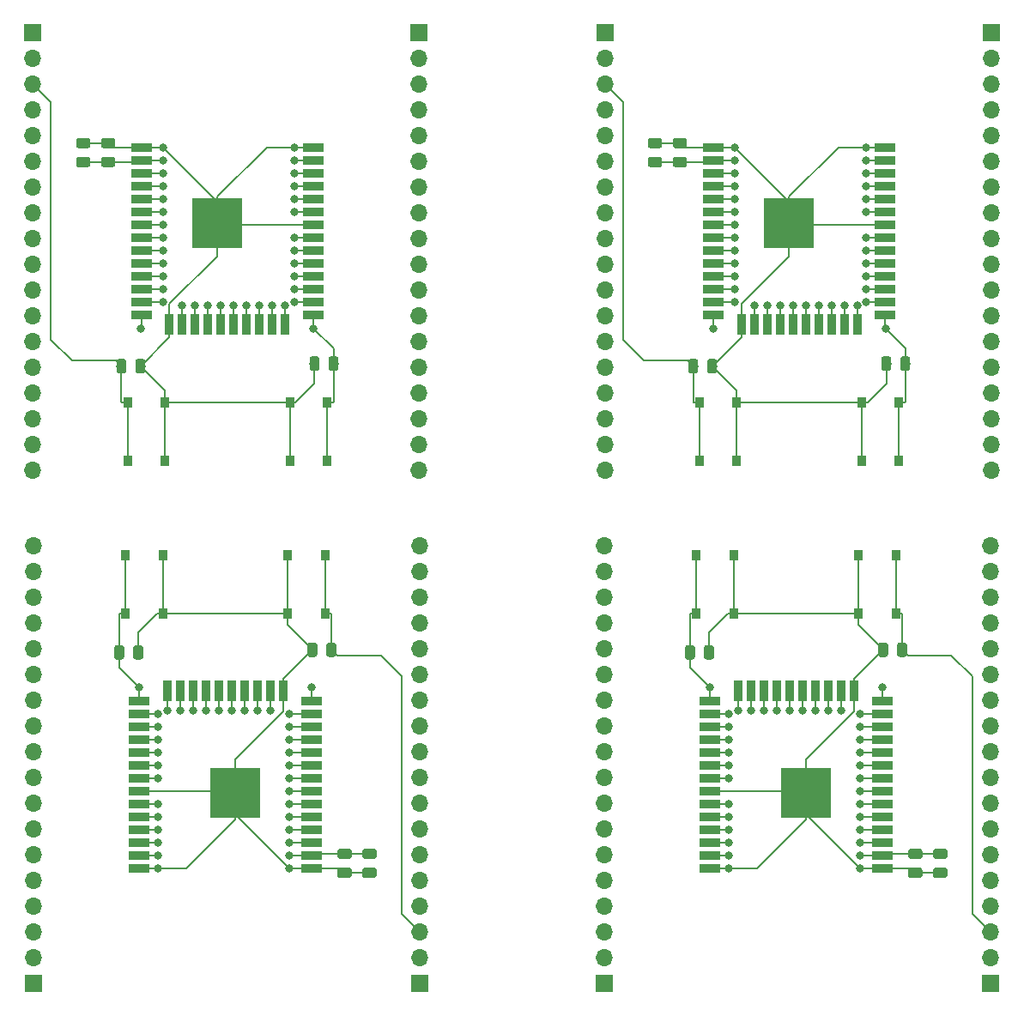
<source format=gbr>
G04 #@! TF.GenerationSoftware,KiCad,Pcbnew,5.0.2+dfsg1-1~bpo9+1*
G04 #@! TF.CreationDate,2020-03-02T01:02:18-06:00*
G04 #@! TF.ProjectId,bare4,62617265-342e-46b6-9963-61645f706362,1.0*
G04 #@! TF.SameCoordinates,Original*
G04 #@! TF.FileFunction,Copper,L1,Top*
G04 #@! TF.FilePolarity,Positive*
%FSLAX46Y46*%
G04 Gerber Fmt 4.6, Leading zero omitted, Abs format (unit mm)*
G04 Created by KiCad (PCBNEW 5.0.2+dfsg1-1~bpo9+1) date Mon 02 Mar 2020 01:02:18 AM CST*
%MOMM*%
%LPD*%
G01*
G04 APERTURE LIST*
G04 #@! TA.AperFunction,Conductor*
%ADD10C,0.100000*%
G04 #@! TD*
G04 #@! TA.AperFunction,SMDPad,CuDef*
%ADD11C,0.975000*%
G04 #@! TD*
G04 #@! TA.AperFunction,SMDPad,CuDef*
%ADD12R,0.900000X1.000000*%
G04 #@! TD*
G04 #@! TA.AperFunction,ComponentPad*
%ADD13R,1.700000X1.700000*%
G04 #@! TD*
G04 #@! TA.AperFunction,ComponentPad*
%ADD14O,1.700000X1.700000*%
G04 #@! TD*
G04 #@! TA.AperFunction,SMDPad,CuDef*
%ADD15R,2.000000X0.900000*%
G04 #@! TD*
G04 #@! TA.AperFunction,SMDPad,CuDef*
%ADD16R,0.900000X2.000000*%
G04 #@! TD*
G04 #@! TA.AperFunction,SMDPad,CuDef*
%ADD17R,5.000000X5.000000*%
G04 #@! TD*
G04 #@! TA.AperFunction,ViaPad*
%ADD18C,0.800000*%
G04 #@! TD*
G04 #@! TA.AperFunction,Conductor*
%ADD19C,0.127000*%
G04 #@! TD*
G04 APERTURE END LIST*
D10*
G04 #@! TO.N,3V3*
G04 #@! TO.C,C2*
G36*
X140287971Y-133637341D02*
X140311632Y-133640851D01*
X140334836Y-133646663D01*
X140357358Y-133654721D01*
X140378982Y-133664949D01*
X140399499Y-133677246D01*
X140418712Y-133691496D01*
X140436436Y-133707560D01*
X140452500Y-133725284D01*
X140466750Y-133744497D01*
X140479047Y-133765014D01*
X140489275Y-133786638D01*
X140497333Y-133809160D01*
X140503145Y-133832364D01*
X140506655Y-133856025D01*
X140507829Y-133879917D01*
X140507829Y-134367417D01*
X140506655Y-134391309D01*
X140503145Y-134414970D01*
X140497333Y-134438174D01*
X140489275Y-134460696D01*
X140479047Y-134482320D01*
X140466750Y-134502837D01*
X140452500Y-134522050D01*
X140436436Y-134539774D01*
X140418712Y-134555838D01*
X140399499Y-134570088D01*
X140378982Y-134582385D01*
X140357358Y-134592613D01*
X140334836Y-134600671D01*
X140311632Y-134606483D01*
X140287971Y-134609993D01*
X140264079Y-134611167D01*
X139351579Y-134611167D01*
X139327687Y-134609993D01*
X139304026Y-134606483D01*
X139280822Y-134600671D01*
X139258300Y-134592613D01*
X139236676Y-134582385D01*
X139216159Y-134570088D01*
X139196946Y-134555838D01*
X139179222Y-134539774D01*
X139163158Y-134522050D01*
X139148908Y-134502837D01*
X139136611Y-134482320D01*
X139126383Y-134460696D01*
X139118325Y-134438174D01*
X139112513Y-134414970D01*
X139109003Y-134391309D01*
X139107829Y-134367417D01*
X139107829Y-133879917D01*
X139109003Y-133856025D01*
X139112513Y-133832364D01*
X139118325Y-133809160D01*
X139126383Y-133786638D01*
X139136611Y-133765014D01*
X139148908Y-133744497D01*
X139163158Y-133725284D01*
X139179222Y-133707560D01*
X139196946Y-133691496D01*
X139216159Y-133677246D01*
X139236676Y-133664949D01*
X139258300Y-133654721D01*
X139280822Y-133646663D01*
X139304026Y-133640851D01*
X139327687Y-133637341D01*
X139351579Y-133636167D01*
X140264079Y-133636167D01*
X140287971Y-133637341D01*
X140287971Y-133637341D01*
G37*
D11*
G04 #@! TD*
G04 #@! TO.P,C2,1*
G04 #@! TO.N,3V3*
X139807829Y-134123667D03*
D10*
G04 #@! TO.N,GND*
G04 #@! TO.C,C2*
G36*
X140287971Y-135512341D02*
X140311632Y-135515851D01*
X140334836Y-135521663D01*
X140357358Y-135529721D01*
X140378982Y-135539949D01*
X140399499Y-135552246D01*
X140418712Y-135566496D01*
X140436436Y-135582560D01*
X140452500Y-135600284D01*
X140466750Y-135619497D01*
X140479047Y-135640014D01*
X140489275Y-135661638D01*
X140497333Y-135684160D01*
X140503145Y-135707364D01*
X140506655Y-135731025D01*
X140507829Y-135754917D01*
X140507829Y-136242417D01*
X140506655Y-136266309D01*
X140503145Y-136289970D01*
X140497333Y-136313174D01*
X140489275Y-136335696D01*
X140479047Y-136357320D01*
X140466750Y-136377837D01*
X140452500Y-136397050D01*
X140436436Y-136414774D01*
X140418712Y-136430838D01*
X140399499Y-136445088D01*
X140378982Y-136457385D01*
X140357358Y-136467613D01*
X140334836Y-136475671D01*
X140311632Y-136481483D01*
X140287971Y-136484993D01*
X140264079Y-136486167D01*
X139351579Y-136486167D01*
X139327687Y-136484993D01*
X139304026Y-136481483D01*
X139280822Y-136475671D01*
X139258300Y-136467613D01*
X139236676Y-136457385D01*
X139216159Y-136445088D01*
X139196946Y-136430838D01*
X139179222Y-136414774D01*
X139163158Y-136397050D01*
X139148908Y-136377837D01*
X139136611Y-136357320D01*
X139126383Y-136335696D01*
X139118325Y-136313174D01*
X139112513Y-136289970D01*
X139109003Y-136266309D01*
X139107829Y-136242417D01*
X139107829Y-135754917D01*
X139109003Y-135731025D01*
X139112513Y-135707364D01*
X139118325Y-135684160D01*
X139126383Y-135661638D01*
X139136611Y-135640014D01*
X139148908Y-135619497D01*
X139163158Y-135600284D01*
X139179222Y-135582560D01*
X139196946Y-135566496D01*
X139216159Y-135552246D01*
X139236676Y-135539949D01*
X139258300Y-135529721D01*
X139280822Y-135521663D01*
X139304026Y-135515851D01*
X139327687Y-135512341D01*
X139351579Y-135511167D01*
X140264079Y-135511167D01*
X140287971Y-135512341D01*
X140287971Y-135512341D01*
G37*
D11*
G04 #@! TD*
G04 #@! TO.P,C2,2*
G04 #@! TO.N,GND*
X139807829Y-135998667D03*
D12*
G04 #@! TO.P,SW2,2*
G04 #@! TO.N,IO0*
X118192000Y-110421000D03*
X118192000Y-104621000D03*
G04 #@! TO.P,SW2,1*
G04 #@! TO.N,GND*
X121892000Y-110421000D03*
X121892000Y-104621000D03*
G04 #@! TD*
D13*
G04 #@! TO.P,J1,1*
G04 #@! TO.N,GND*
X147220000Y-146891000D03*
D14*
G04 #@! TO.P,J1,2*
G04 #@! TO.N,3V3*
X147220000Y-144351000D03*
G04 #@! TO.P,J1,3*
G04 #@! TO.N,EN*
X147220000Y-141811000D03*
G04 #@! TO.P,J1,4*
G04 #@! TO.N,SENSOR_VP*
X147220000Y-139271000D03*
G04 #@! TO.P,J1,5*
G04 #@! TO.N,SENSOR_VN*
X147220000Y-136731000D03*
G04 #@! TO.P,J1,6*
G04 #@! TO.N,IO34*
X147220000Y-134191000D03*
G04 #@! TO.P,J1,7*
G04 #@! TO.N,IO35*
X147220000Y-131651000D03*
G04 #@! TO.P,J1,8*
G04 #@! TO.N,IO32*
X147220000Y-129111000D03*
G04 #@! TO.P,J1,9*
G04 #@! TO.N,IO33*
X147220000Y-126571000D03*
G04 #@! TO.P,J1,10*
G04 #@! TO.N,IO25*
X147220000Y-124031000D03*
G04 #@! TO.P,J1,11*
G04 #@! TO.N,IO26*
X147220000Y-121491000D03*
G04 #@! TO.P,J1,12*
G04 #@! TO.N,IO27*
X147220000Y-118951000D03*
G04 #@! TO.P,J1,13*
G04 #@! TO.N,IO14*
X147220000Y-116411000D03*
G04 #@! TO.P,J1,14*
G04 #@! TO.N,IO12*
X147220000Y-113871000D03*
G04 #@! TO.P,J1,15*
G04 #@! TO.N,IO13*
X147220000Y-111331000D03*
G04 #@! TO.P,J1,16*
G04 #@! TO.N,SD2*
X147220000Y-108791000D03*
G04 #@! TO.P,J1,17*
G04 #@! TO.N,SD3*
X147220000Y-106251000D03*
G04 #@! TO.P,J1,18*
G04 #@! TO.N,CMD*
X147220000Y-103711000D03*
G04 #@! TD*
D10*
G04 #@! TO.N,GND*
G04 #@! TO.C,C1*
G36*
X142747142Y-135512341D02*
X142770803Y-135515851D01*
X142794007Y-135521663D01*
X142816529Y-135529721D01*
X142838153Y-135539949D01*
X142858670Y-135552246D01*
X142877883Y-135566496D01*
X142895607Y-135582560D01*
X142911671Y-135600284D01*
X142925921Y-135619497D01*
X142938218Y-135640014D01*
X142948446Y-135661638D01*
X142956504Y-135684160D01*
X142962316Y-135707364D01*
X142965826Y-135731025D01*
X142967000Y-135754917D01*
X142967000Y-136242417D01*
X142965826Y-136266309D01*
X142962316Y-136289970D01*
X142956504Y-136313174D01*
X142948446Y-136335696D01*
X142938218Y-136357320D01*
X142925921Y-136377837D01*
X142911671Y-136397050D01*
X142895607Y-136414774D01*
X142877883Y-136430838D01*
X142858670Y-136445088D01*
X142838153Y-136457385D01*
X142816529Y-136467613D01*
X142794007Y-136475671D01*
X142770803Y-136481483D01*
X142747142Y-136484993D01*
X142723250Y-136486167D01*
X141810750Y-136486167D01*
X141786858Y-136484993D01*
X141763197Y-136481483D01*
X141739993Y-136475671D01*
X141717471Y-136467613D01*
X141695847Y-136457385D01*
X141675330Y-136445088D01*
X141656117Y-136430838D01*
X141638393Y-136414774D01*
X141622329Y-136397050D01*
X141608079Y-136377837D01*
X141595782Y-136357320D01*
X141585554Y-136335696D01*
X141577496Y-136313174D01*
X141571684Y-136289970D01*
X141568174Y-136266309D01*
X141567000Y-136242417D01*
X141567000Y-135754917D01*
X141568174Y-135731025D01*
X141571684Y-135707364D01*
X141577496Y-135684160D01*
X141585554Y-135661638D01*
X141595782Y-135640014D01*
X141608079Y-135619497D01*
X141622329Y-135600284D01*
X141638393Y-135582560D01*
X141656117Y-135566496D01*
X141675330Y-135552246D01*
X141695847Y-135539949D01*
X141717471Y-135529721D01*
X141739993Y-135521663D01*
X141763197Y-135515851D01*
X141786858Y-135512341D01*
X141810750Y-135511167D01*
X142723250Y-135511167D01*
X142747142Y-135512341D01*
X142747142Y-135512341D01*
G37*
D11*
G04 #@! TD*
G04 #@! TO.P,C1,2*
G04 #@! TO.N,GND*
X142267000Y-135998667D03*
D10*
G04 #@! TO.N,3V3*
G04 #@! TO.C,C1*
G36*
X142747142Y-133637341D02*
X142770803Y-133640851D01*
X142794007Y-133646663D01*
X142816529Y-133654721D01*
X142838153Y-133664949D01*
X142858670Y-133677246D01*
X142877883Y-133691496D01*
X142895607Y-133707560D01*
X142911671Y-133725284D01*
X142925921Y-133744497D01*
X142938218Y-133765014D01*
X142948446Y-133786638D01*
X142956504Y-133809160D01*
X142962316Y-133832364D01*
X142965826Y-133856025D01*
X142967000Y-133879917D01*
X142967000Y-134367417D01*
X142965826Y-134391309D01*
X142962316Y-134414970D01*
X142956504Y-134438174D01*
X142948446Y-134460696D01*
X142938218Y-134482320D01*
X142925921Y-134502837D01*
X142911671Y-134522050D01*
X142895607Y-134539774D01*
X142877883Y-134555838D01*
X142858670Y-134570088D01*
X142838153Y-134582385D01*
X142816529Y-134592613D01*
X142794007Y-134600671D01*
X142770803Y-134606483D01*
X142747142Y-134609993D01*
X142723250Y-134611167D01*
X141810750Y-134611167D01*
X141786858Y-134609993D01*
X141763197Y-134606483D01*
X141739993Y-134600671D01*
X141717471Y-134592613D01*
X141695847Y-134582385D01*
X141675330Y-134570088D01*
X141656117Y-134555838D01*
X141638393Y-134539774D01*
X141622329Y-134522050D01*
X141608079Y-134502837D01*
X141595782Y-134482320D01*
X141585554Y-134460696D01*
X141577496Y-134438174D01*
X141571684Y-134414970D01*
X141568174Y-134391309D01*
X141567000Y-134367417D01*
X141567000Y-133879917D01*
X141568174Y-133856025D01*
X141571684Y-133832364D01*
X141577496Y-133809160D01*
X141585554Y-133786638D01*
X141595782Y-133765014D01*
X141608079Y-133744497D01*
X141622329Y-133725284D01*
X141638393Y-133707560D01*
X141656117Y-133691496D01*
X141675330Y-133677246D01*
X141695847Y-133664949D01*
X141717471Y-133654721D01*
X141739993Y-133646663D01*
X141763197Y-133640851D01*
X141786858Y-133637341D01*
X141810750Y-133636167D01*
X142723250Y-133636167D01*
X142747142Y-133637341D01*
X142747142Y-133637341D01*
G37*
D11*
G04 #@! TD*
G04 #@! TO.P,C1,1*
G04 #@! TO.N,3V3*
X142267000Y-134123667D03*
D10*
G04 #@! TO.N,IO0*
G04 #@! TO.C,C4*
G36*
X117848142Y-113553174D02*
X117871803Y-113556684D01*
X117895007Y-113562496D01*
X117917529Y-113570554D01*
X117939153Y-113580782D01*
X117959670Y-113593079D01*
X117978883Y-113607329D01*
X117996607Y-113623393D01*
X118012671Y-113641117D01*
X118026921Y-113660330D01*
X118039218Y-113680847D01*
X118049446Y-113702471D01*
X118057504Y-113724993D01*
X118063316Y-113748197D01*
X118066826Y-113771858D01*
X118068000Y-113795750D01*
X118068000Y-114708250D01*
X118066826Y-114732142D01*
X118063316Y-114755803D01*
X118057504Y-114779007D01*
X118049446Y-114801529D01*
X118039218Y-114823153D01*
X118026921Y-114843670D01*
X118012671Y-114862883D01*
X117996607Y-114880607D01*
X117978883Y-114896671D01*
X117959670Y-114910921D01*
X117939153Y-114923218D01*
X117917529Y-114933446D01*
X117895007Y-114941504D01*
X117871803Y-114947316D01*
X117848142Y-114950826D01*
X117824250Y-114952000D01*
X117336750Y-114952000D01*
X117312858Y-114950826D01*
X117289197Y-114947316D01*
X117265993Y-114941504D01*
X117243471Y-114933446D01*
X117221847Y-114923218D01*
X117201330Y-114910921D01*
X117182117Y-114896671D01*
X117164393Y-114880607D01*
X117148329Y-114862883D01*
X117134079Y-114843670D01*
X117121782Y-114823153D01*
X117111554Y-114801529D01*
X117103496Y-114779007D01*
X117097684Y-114755803D01*
X117094174Y-114732142D01*
X117093000Y-114708250D01*
X117093000Y-113795750D01*
X117094174Y-113771858D01*
X117097684Y-113748197D01*
X117103496Y-113724993D01*
X117111554Y-113702471D01*
X117121782Y-113680847D01*
X117134079Y-113660330D01*
X117148329Y-113641117D01*
X117164393Y-113623393D01*
X117182117Y-113607329D01*
X117201330Y-113593079D01*
X117221847Y-113580782D01*
X117243471Y-113570554D01*
X117265993Y-113562496D01*
X117289197Y-113556684D01*
X117312858Y-113553174D01*
X117336750Y-113552000D01*
X117824250Y-113552000D01*
X117848142Y-113553174D01*
X117848142Y-113553174D01*
G37*
D11*
G04 #@! TD*
G04 #@! TO.P,C4,1*
G04 #@! TO.N,IO0*
X117580500Y-114252000D03*
D10*
G04 #@! TO.N,GND*
G04 #@! TO.C,C4*
G36*
X119723142Y-113553174D02*
X119746803Y-113556684D01*
X119770007Y-113562496D01*
X119792529Y-113570554D01*
X119814153Y-113580782D01*
X119834670Y-113593079D01*
X119853883Y-113607329D01*
X119871607Y-113623393D01*
X119887671Y-113641117D01*
X119901921Y-113660330D01*
X119914218Y-113680847D01*
X119924446Y-113702471D01*
X119932504Y-113724993D01*
X119938316Y-113748197D01*
X119941826Y-113771858D01*
X119943000Y-113795750D01*
X119943000Y-114708250D01*
X119941826Y-114732142D01*
X119938316Y-114755803D01*
X119932504Y-114779007D01*
X119924446Y-114801529D01*
X119914218Y-114823153D01*
X119901921Y-114843670D01*
X119887671Y-114862883D01*
X119871607Y-114880607D01*
X119853883Y-114896671D01*
X119834670Y-114910921D01*
X119814153Y-114923218D01*
X119792529Y-114933446D01*
X119770007Y-114941504D01*
X119746803Y-114947316D01*
X119723142Y-114950826D01*
X119699250Y-114952000D01*
X119211750Y-114952000D01*
X119187858Y-114950826D01*
X119164197Y-114947316D01*
X119140993Y-114941504D01*
X119118471Y-114933446D01*
X119096847Y-114923218D01*
X119076330Y-114910921D01*
X119057117Y-114896671D01*
X119039393Y-114880607D01*
X119023329Y-114862883D01*
X119009079Y-114843670D01*
X118996782Y-114823153D01*
X118986554Y-114801529D01*
X118978496Y-114779007D01*
X118972684Y-114755803D01*
X118969174Y-114732142D01*
X118968000Y-114708250D01*
X118968000Y-113795750D01*
X118969174Y-113771858D01*
X118972684Y-113748197D01*
X118978496Y-113724993D01*
X118986554Y-113702471D01*
X118996782Y-113680847D01*
X119009079Y-113660330D01*
X119023329Y-113641117D01*
X119039393Y-113623393D01*
X119057117Y-113607329D01*
X119076330Y-113593079D01*
X119096847Y-113580782D01*
X119118471Y-113570554D01*
X119140993Y-113562496D01*
X119164197Y-113556684D01*
X119187858Y-113553174D01*
X119211750Y-113552000D01*
X119699250Y-113552000D01*
X119723142Y-113553174D01*
X119723142Y-113553174D01*
G37*
D11*
G04 #@! TD*
G04 #@! TO.P,C4,2*
G04 #@! TO.N,GND*
X119455500Y-114252000D03*
D13*
G04 #@! TO.P,J2,1*
G04 #@! TO.N,GND*
X109120000Y-146891000D03*
D14*
G04 #@! TO.P,J2,2*
G04 #@! TO.N,IO23*
X109120000Y-144351000D03*
G04 #@! TO.P,J2,3*
G04 #@! TO.N,IO22*
X109120000Y-141811000D03*
G04 #@! TO.P,J2,4*
G04 #@! TO.N,TXD0*
X109120000Y-139271000D03*
G04 #@! TO.P,J2,5*
G04 #@! TO.N,RXD0*
X109120000Y-136731000D03*
G04 #@! TO.P,J2,6*
G04 #@! TO.N,IO21*
X109120000Y-134191000D03*
G04 #@! TO.P,J2,7*
G04 #@! TO.N,IO19*
X109120000Y-131651000D03*
G04 #@! TO.P,J2,8*
G04 #@! TO.N,IO18*
X109120000Y-129111000D03*
G04 #@! TO.P,J2,9*
G04 #@! TO.N,IO5*
X109120000Y-126571000D03*
G04 #@! TO.P,J2,10*
G04 #@! TO.N,IO17*
X109120000Y-124031000D03*
G04 #@! TO.P,J2,11*
G04 #@! TO.N,IO16*
X109120000Y-121491000D03*
G04 #@! TO.P,J2,12*
G04 #@! TO.N,IO4*
X109120000Y-118951000D03*
G04 #@! TO.P,J2,13*
G04 #@! TO.N,IO0*
X109120000Y-116411000D03*
G04 #@! TO.P,J2,14*
G04 #@! TO.N,IO2*
X109120000Y-113871000D03*
G04 #@! TO.P,J2,15*
G04 #@! TO.N,IO15*
X109120000Y-111331000D03*
G04 #@! TO.P,J2,16*
G04 #@! TO.N,SD1*
X109120000Y-108791000D03*
G04 #@! TO.P,J2,17*
G04 #@! TO.N,SD0*
X109120000Y-106251000D03*
G04 #@! TO.P,J2,18*
G04 #@! TO.N,CLK*
X109120000Y-103711000D03*
G04 #@! TD*
D12*
G04 #@! TO.P,SW1,1*
G04 #@! TO.N,GND*
X134194000Y-110421000D03*
X134194000Y-104621000D03*
G04 #@! TO.P,SW1,2*
G04 #@! TO.N,EN*
X137894000Y-110421000D03*
X137894000Y-104621000D03*
G04 #@! TD*
D10*
G04 #@! TO.N,GND*
G04 #@! TO.C,C3*
G36*
X136898142Y-113299174D02*
X136921803Y-113302684D01*
X136945007Y-113308496D01*
X136967529Y-113316554D01*
X136989153Y-113326782D01*
X137009670Y-113339079D01*
X137028883Y-113353329D01*
X137046607Y-113369393D01*
X137062671Y-113387117D01*
X137076921Y-113406330D01*
X137089218Y-113426847D01*
X137099446Y-113448471D01*
X137107504Y-113470993D01*
X137113316Y-113494197D01*
X137116826Y-113517858D01*
X137118000Y-113541750D01*
X137118000Y-114454250D01*
X137116826Y-114478142D01*
X137113316Y-114501803D01*
X137107504Y-114525007D01*
X137099446Y-114547529D01*
X137089218Y-114569153D01*
X137076921Y-114589670D01*
X137062671Y-114608883D01*
X137046607Y-114626607D01*
X137028883Y-114642671D01*
X137009670Y-114656921D01*
X136989153Y-114669218D01*
X136967529Y-114679446D01*
X136945007Y-114687504D01*
X136921803Y-114693316D01*
X136898142Y-114696826D01*
X136874250Y-114698000D01*
X136386750Y-114698000D01*
X136362858Y-114696826D01*
X136339197Y-114693316D01*
X136315993Y-114687504D01*
X136293471Y-114679446D01*
X136271847Y-114669218D01*
X136251330Y-114656921D01*
X136232117Y-114642671D01*
X136214393Y-114626607D01*
X136198329Y-114608883D01*
X136184079Y-114589670D01*
X136171782Y-114569153D01*
X136161554Y-114547529D01*
X136153496Y-114525007D01*
X136147684Y-114501803D01*
X136144174Y-114478142D01*
X136143000Y-114454250D01*
X136143000Y-113541750D01*
X136144174Y-113517858D01*
X136147684Y-113494197D01*
X136153496Y-113470993D01*
X136161554Y-113448471D01*
X136171782Y-113426847D01*
X136184079Y-113406330D01*
X136198329Y-113387117D01*
X136214393Y-113369393D01*
X136232117Y-113353329D01*
X136251330Y-113339079D01*
X136271847Y-113326782D01*
X136293471Y-113316554D01*
X136315993Y-113308496D01*
X136339197Y-113302684D01*
X136362858Y-113299174D01*
X136386750Y-113298000D01*
X136874250Y-113298000D01*
X136898142Y-113299174D01*
X136898142Y-113299174D01*
G37*
D11*
G04 #@! TD*
G04 #@! TO.P,C3,2*
G04 #@! TO.N,GND*
X136630500Y-113998000D03*
D10*
G04 #@! TO.N,EN*
G04 #@! TO.C,C3*
G36*
X138773142Y-113299174D02*
X138796803Y-113302684D01*
X138820007Y-113308496D01*
X138842529Y-113316554D01*
X138864153Y-113326782D01*
X138884670Y-113339079D01*
X138903883Y-113353329D01*
X138921607Y-113369393D01*
X138937671Y-113387117D01*
X138951921Y-113406330D01*
X138964218Y-113426847D01*
X138974446Y-113448471D01*
X138982504Y-113470993D01*
X138988316Y-113494197D01*
X138991826Y-113517858D01*
X138993000Y-113541750D01*
X138993000Y-114454250D01*
X138991826Y-114478142D01*
X138988316Y-114501803D01*
X138982504Y-114525007D01*
X138974446Y-114547529D01*
X138964218Y-114569153D01*
X138951921Y-114589670D01*
X138937671Y-114608883D01*
X138921607Y-114626607D01*
X138903883Y-114642671D01*
X138884670Y-114656921D01*
X138864153Y-114669218D01*
X138842529Y-114679446D01*
X138820007Y-114687504D01*
X138796803Y-114693316D01*
X138773142Y-114696826D01*
X138749250Y-114698000D01*
X138261750Y-114698000D01*
X138237858Y-114696826D01*
X138214197Y-114693316D01*
X138190993Y-114687504D01*
X138168471Y-114679446D01*
X138146847Y-114669218D01*
X138126330Y-114656921D01*
X138107117Y-114642671D01*
X138089393Y-114626607D01*
X138073329Y-114608883D01*
X138059079Y-114589670D01*
X138046782Y-114569153D01*
X138036554Y-114547529D01*
X138028496Y-114525007D01*
X138022684Y-114501803D01*
X138019174Y-114478142D01*
X138018000Y-114454250D01*
X138018000Y-113541750D01*
X138019174Y-113517858D01*
X138022684Y-113494197D01*
X138028496Y-113470993D01*
X138036554Y-113448471D01*
X138046782Y-113426847D01*
X138059079Y-113406330D01*
X138073329Y-113387117D01*
X138089393Y-113369393D01*
X138107117Y-113353329D01*
X138126330Y-113339079D01*
X138146847Y-113326782D01*
X138168471Y-113316554D01*
X138190993Y-113308496D01*
X138214197Y-113302684D01*
X138237858Y-113299174D01*
X138261750Y-113298000D01*
X138749250Y-113298000D01*
X138773142Y-113299174D01*
X138773142Y-113299174D01*
G37*
D11*
G04 #@! TD*
G04 #@! TO.P,C3,1*
G04 #@! TO.N,EN*
X138505500Y-113998000D03*
D15*
G04 #@! TO.P,U1,38*
G04 #@! TO.N,GND*
X119543000Y-135588000D03*
G04 #@! TO.P,U1,37*
G04 #@! TO.N,IO23*
X119543000Y-134318000D03*
G04 #@! TO.P,U1,36*
G04 #@! TO.N,IO22*
X119543000Y-133048000D03*
G04 #@! TO.P,U1,35*
G04 #@! TO.N,TXD0*
X119543000Y-131778000D03*
G04 #@! TO.P,U1,34*
G04 #@! TO.N,RXD0*
X119543000Y-130508000D03*
G04 #@! TO.P,U1,33*
G04 #@! TO.N,IO21*
X119543000Y-129238000D03*
G04 #@! TO.P,U1,32*
G04 #@! TO.N,GND*
X119543000Y-127968000D03*
G04 #@! TO.P,U1,31*
G04 #@! TO.N,IO19*
X119543000Y-126698000D03*
G04 #@! TO.P,U1,30*
G04 #@! TO.N,IO18*
X119543000Y-125428000D03*
G04 #@! TO.P,U1,29*
G04 #@! TO.N,IO5*
X119543000Y-124158000D03*
G04 #@! TO.P,U1,28*
G04 #@! TO.N,IO17*
X119543000Y-122888000D03*
G04 #@! TO.P,U1,27*
G04 #@! TO.N,IO16*
X119543000Y-121618000D03*
G04 #@! TO.P,U1,26*
G04 #@! TO.N,IO4*
X119543000Y-120348000D03*
G04 #@! TO.P,U1,25*
G04 #@! TO.N,IO0*
X119543000Y-119078000D03*
D16*
G04 #@! TO.P,U1,24*
G04 #@! TO.N,IO2*
X122328000Y-118078000D03*
G04 #@! TO.P,U1,23*
G04 #@! TO.N,IO15*
X123598000Y-118078000D03*
G04 #@! TO.P,U1,22*
G04 #@! TO.N,SD1*
X124868000Y-118078000D03*
G04 #@! TO.P,U1,21*
G04 #@! TO.N,SD0*
X126138000Y-118078000D03*
G04 #@! TO.P,U1,20*
G04 #@! TO.N,CLK*
X127408000Y-118078000D03*
G04 #@! TO.P,U1,19*
G04 #@! TO.N,CMD*
X128678000Y-118078000D03*
G04 #@! TO.P,U1,18*
G04 #@! TO.N,SD3*
X129948000Y-118078000D03*
G04 #@! TO.P,U1,17*
G04 #@! TO.N,SD2*
X131218000Y-118078000D03*
G04 #@! TO.P,U1,16*
G04 #@! TO.N,IO13*
X132488000Y-118078000D03*
G04 #@! TO.P,U1,15*
G04 #@! TO.N,GND*
X133758000Y-118078000D03*
D15*
G04 #@! TO.P,U1,14*
G04 #@! TO.N,IO12*
X136543000Y-119078000D03*
G04 #@! TO.P,U1,13*
G04 #@! TO.N,IO14*
X136543000Y-120348000D03*
G04 #@! TO.P,U1,12*
G04 #@! TO.N,IO27*
X136543000Y-121618000D03*
G04 #@! TO.P,U1,11*
G04 #@! TO.N,IO26*
X136543000Y-122888000D03*
G04 #@! TO.P,U1,10*
G04 #@! TO.N,IO25*
X136543000Y-124158000D03*
G04 #@! TO.P,U1,9*
G04 #@! TO.N,IO33*
X136543000Y-125428000D03*
G04 #@! TO.P,U1,8*
G04 #@! TO.N,IO32*
X136543000Y-126698000D03*
G04 #@! TO.P,U1,7*
G04 #@! TO.N,IO35*
X136543000Y-127968000D03*
G04 #@! TO.P,U1,6*
G04 #@! TO.N,IO34*
X136543000Y-129238000D03*
G04 #@! TO.P,U1,5*
G04 #@! TO.N,SENSOR_VN*
X136543000Y-130508000D03*
G04 #@! TO.P,U1,4*
G04 #@! TO.N,SENSOR_VP*
X136543000Y-131778000D03*
G04 #@! TO.P,U1,3*
G04 #@! TO.N,EN*
X136543000Y-133048000D03*
G04 #@! TO.P,U1,2*
G04 #@! TO.N,3V3*
X136543000Y-134318000D03*
G04 #@! TO.P,U1,1*
G04 #@! TO.N,GND*
X136543000Y-135588000D03*
D17*
G04 #@! TO.P,U1,39*
X129043000Y-128088000D03*
G04 #@! TD*
D12*
G04 #@! TO.P,SW1,2*
G04 #@! TO.N,EN*
X81594000Y-104621000D03*
X81594000Y-110421000D03*
G04 #@! TO.P,SW1,1*
G04 #@! TO.N,GND*
X77894000Y-104621000D03*
X77894000Y-110421000D03*
G04 #@! TD*
D14*
G04 #@! TO.P,J2,18*
G04 #@! TO.N,CLK*
X52820000Y-103711000D03*
G04 #@! TO.P,J2,17*
G04 #@! TO.N,SD0*
X52820000Y-106251000D03*
G04 #@! TO.P,J2,16*
G04 #@! TO.N,SD1*
X52820000Y-108791000D03*
G04 #@! TO.P,J2,15*
G04 #@! TO.N,IO15*
X52820000Y-111331000D03*
G04 #@! TO.P,J2,14*
G04 #@! TO.N,IO2*
X52820000Y-113871000D03*
G04 #@! TO.P,J2,13*
G04 #@! TO.N,IO0*
X52820000Y-116411000D03*
G04 #@! TO.P,J2,12*
G04 #@! TO.N,IO4*
X52820000Y-118951000D03*
G04 #@! TO.P,J2,11*
G04 #@! TO.N,IO16*
X52820000Y-121491000D03*
G04 #@! TO.P,J2,10*
G04 #@! TO.N,IO17*
X52820000Y-124031000D03*
G04 #@! TO.P,J2,9*
G04 #@! TO.N,IO5*
X52820000Y-126571000D03*
G04 #@! TO.P,J2,8*
G04 #@! TO.N,IO18*
X52820000Y-129111000D03*
G04 #@! TO.P,J2,7*
G04 #@! TO.N,IO19*
X52820000Y-131651000D03*
G04 #@! TO.P,J2,6*
G04 #@! TO.N,IO21*
X52820000Y-134191000D03*
G04 #@! TO.P,J2,5*
G04 #@! TO.N,RXD0*
X52820000Y-136731000D03*
G04 #@! TO.P,J2,4*
G04 #@! TO.N,TXD0*
X52820000Y-139271000D03*
G04 #@! TO.P,J2,3*
G04 #@! TO.N,IO22*
X52820000Y-141811000D03*
G04 #@! TO.P,J2,2*
G04 #@! TO.N,IO23*
X52820000Y-144351000D03*
D13*
G04 #@! TO.P,J2,1*
G04 #@! TO.N,GND*
X52820000Y-146891000D03*
G04 #@! TD*
D10*
G04 #@! TO.N,EN*
G04 #@! TO.C,C3*
G36*
X82473142Y-113299174D02*
X82496803Y-113302684D01*
X82520007Y-113308496D01*
X82542529Y-113316554D01*
X82564153Y-113326782D01*
X82584670Y-113339079D01*
X82603883Y-113353329D01*
X82621607Y-113369393D01*
X82637671Y-113387117D01*
X82651921Y-113406330D01*
X82664218Y-113426847D01*
X82674446Y-113448471D01*
X82682504Y-113470993D01*
X82688316Y-113494197D01*
X82691826Y-113517858D01*
X82693000Y-113541750D01*
X82693000Y-114454250D01*
X82691826Y-114478142D01*
X82688316Y-114501803D01*
X82682504Y-114525007D01*
X82674446Y-114547529D01*
X82664218Y-114569153D01*
X82651921Y-114589670D01*
X82637671Y-114608883D01*
X82621607Y-114626607D01*
X82603883Y-114642671D01*
X82584670Y-114656921D01*
X82564153Y-114669218D01*
X82542529Y-114679446D01*
X82520007Y-114687504D01*
X82496803Y-114693316D01*
X82473142Y-114696826D01*
X82449250Y-114698000D01*
X81961750Y-114698000D01*
X81937858Y-114696826D01*
X81914197Y-114693316D01*
X81890993Y-114687504D01*
X81868471Y-114679446D01*
X81846847Y-114669218D01*
X81826330Y-114656921D01*
X81807117Y-114642671D01*
X81789393Y-114626607D01*
X81773329Y-114608883D01*
X81759079Y-114589670D01*
X81746782Y-114569153D01*
X81736554Y-114547529D01*
X81728496Y-114525007D01*
X81722684Y-114501803D01*
X81719174Y-114478142D01*
X81718000Y-114454250D01*
X81718000Y-113541750D01*
X81719174Y-113517858D01*
X81722684Y-113494197D01*
X81728496Y-113470993D01*
X81736554Y-113448471D01*
X81746782Y-113426847D01*
X81759079Y-113406330D01*
X81773329Y-113387117D01*
X81789393Y-113369393D01*
X81807117Y-113353329D01*
X81826330Y-113339079D01*
X81846847Y-113326782D01*
X81868471Y-113316554D01*
X81890993Y-113308496D01*
X81914197Y-113302684D01*
X81937858Y-113299174D01*
X81961750Y-113298000D01*
X82449250Y-113298000D01*
X82473142Y-113299174D01*
X82473142Y-113299174D01*
G37*
D11*
G04 #@! TD*
G04 #@! TO.P,C3,1*
G04 #@! TO.N,EN*
X82205500Y-113998000D03*
D10*
G04 #@! TO.N,GND*
G04 #@! TO.C,C3*
G36*
X80598142Y-113299174D02*
X80621803Y-113302684D01*
X80645007Y-113308496D01*
X80667529Y-113316554D01*
X80689153Y-113326782D01*
X80709670Y-113339079D01*
X80728883Y-113353329D01*
X80746607Y-113369393D01*
X80762671Y-113387117D01*
X80776921Y-113406330D01*
X80789218Y-113426847D01*
X80799446Y-113448471D01*
X80807504Y-113470993D01*
X80813316Y-113494197D01*
X80816826Y-113517858D01*
X80818000Y-113541750D01*
X80818000Y-114454250D01*
X80816826Y-114478142D01*
X80813316Y-114501803D01*
X80807504Y-114525007D01*
X80799446Y-114547529D01*
X80789218Y-114569153D01*
X80776921Y-114589670D01*
X80762671Y-114608883D01*
X80746607Y-114626607D01*
X80728883Y-114642671D01*
X80709670Y-114656921D01*
X80689153Y-114669218D01*
X80667529Y-114679446D01*
X80645007Y-114687504D01*
X80621803Y-114693316D01*
X80598142Y-114696826D01*
X80574250Y-114698000D01*
X80086750Y-114698000D01*
X80062858Y-114696826D01*
X80039197Y-114693316D01*
X80015993Y-114687504D01*
X79993471Y-114679446D01*
X79971847Y-114669218D01*
X79951330Y-114656921D01*
X79932117Y-114642671D01*
X79914393Y-114626607D01*
X79898329Y-114608883D01*
X79884079Y-114589670D01*
X79871782Y-114569153D01*
X79861554Y-114547529D01*
X79853496Y-114525007D01*
X79847684Y-114501803D01*
X79844174Y-114478142D01*
X79843000Y-114454250D01*
X79843000Y-113541750D01*
X79844174Y-113517858D01*
X79847684Y-113494197D01*
X79853496Y-113470993D01*
X79861554Y-113448471D01*
X79871782Y-113426847D01*
X79884079Y-113406330D01*
X79898329Y-113387117D01*
X79914393Y-113369393D01*
X79932117Y-113353329D01*
X79951330Y-113339079D01*
X79971847Y-113326782D01*
X79993471Y-113316554D01*
X80015993Y-113308496D01*
X80039197Y-113302684D01*
X80062858Y-113299174D01*
X80086750Y-113298000D01*
X80574250Y-113298000D01*
X80598142Y-113299174D01*
X80598142Y-113299174D01*
G37*
D11*
G04 #@! TD*
G04 #@! TO.P,C3,2*
G04 #@! TO.N,GND*
X80330500Y-113998000D03*
D10*
G04 #@! TO.N,3V3*
G04 #@! TO.C,C1*
G36*
X86447142Y-133637341D02*
X86470803Y-133640851D01*
X86494007Y-133646663D01*
X86516529Y-133654721D01*
X86538153Y-133664949D01*
X86558670Y-133677246D01*
X86577883Y-133691496D01*
X86595607Y-133707560D01*
X86611671Y-133725284D01*
X86625921Y-133744497D01*
X86638218Y-133765014D01*
X86648446Y-133786638D01*
X86656504Y-133809160D01*
X86662316Y-133832364D01*
X86665826Y-133856025D01*
X86667000Y-133879917D01*
X86667000Y-134367417D01*
X86665826Y-134391309D01*
X86662316Y-134414970D01*
X86656504Y-134438174D01*
X86648446Y-134460696D01*
X86638218Y-134482320D01*
X86625921Y-134502837D01*
X86611671Y-134522050D01*
X86595607Y-134539774D01*
X86577883Y-134555838D01*
X86558670Y-134570088D01*
X86538153Y-134582385D01*
X86516529Y-134592613D01*
X86494007Y-134600671D01*
X86470803Y-134606483D01*
X86447142Y-134609993D01*
X86423250Y-134611167D01*
X85510750Y-134611167D01*
X85486858Y-134609993D01*
X85463197Y-134606483D01*
X85439993Y-134600671D01*
X85417471Y-134592613D01*
X85395847Y-134582385D01*
X85375330Y-134570088D01*
X85356117Y-134555838D01*
X85338393Y-134539774D01*
X85322329Y-134522050D01*
X85308079Y-134502837D01*
X85295782Y-134482320D01*
X85285554Y-134460696D01*
X85277496Y-134438174D01*
X85271684Y-134414970D01*
X85268174Y-134391309D01*
X85267000Y-134367417D01*
X85267000Y-133879917D01*
X85268174Y-133856025D01*
X85271684Y-133832364D01*
X85277496Y-133809160D01*
X85285554Y-133786638D01*
X85295782Y-133765014D01*
X85308079Y-133744497D01*
X85322329Y-133725284D01*
X85338393Y-133707560D01*
X85356117Y-133691496D01*
X85375330Y-133677246D01*
X85395847Y-133664949D01*
X85417471Y-133654721D01*
X85439993Y-133646663D01*
X85463197Y-133640851D01*
X85486858Y-133637341D01*
X85510750Y-133636167D01*
X86423250Y-133636167D01*
X86447142Y-133637341D01*
X86447142Y-133637341D01*
G37*
D11*
G04 #@! TD*
G04 #@! TO.P,C1,1*
G04 #@! TO.N,3V3*
X85967000Y-134123667D03*
D10*
G04 #@! TO.N,GND*
G04 #@! TO.C,C1*
G36*
X86447142Y-135512341D02*
X86470803Y-135515851D01*
X86494007Y-135521663D01*
X86516529Y-135529721D01*
X86538153Y-135539949D01*
X86558670Y-135552246D01*
X86577883Y-135566496D01*
X86595607Y-135582560D01*
X86611671Y-135600284D01*
X86625921Y-135619497D01*
X86638218Y-135640014D01*
X86648446Y-135661638D01*
X86656504Y-135684160D01*
X86662316Y-135707364D01*
X86665826Y-135731025D01*
X86667000Y-135754917D01*
X86667000Y-136242417D01*
X86665826Y-136266309D01*
X86662316Y-136289970D01*
X86656504Y-136313174D01*
X86648446Y-136335696D01*
X86638218Y-136357320D01*
X86625921Y-136377837D01*
X86611671Y-136397050D01*
X86595607Y-136414774D01*
X86577883Y-136430838D01*
X86558670Y-136445088D01*
X86538153Y-136457385D01*
X86516529Y-136467613D01*
X86494007Y-136475671D01*
X86470803Y-136481483D01*
X86447142Y-136484993D01*
X86423250Y-136486167D01*
X85510750Y-136486167D01*
X85486858Y-136484993D01*
X85463197Y-136481483D01*
X85439993Y-136475671D01*
X85417471Y-136467613D01*
X85395847Y-136457385D01*
X85375330Y-136445088D01*
X85356117Y-136430838D01*
X85338393Y-136414774D01*
X85322329Y-136397050D01*
X85308079Y-136377837D01*
X85295782Y-136357320D01*
X85285554Y-136335696D01*
X85277496Y-136313174D01*
X85271684Y-136289970D01*
X85268174Y-136266309D01*
X85267000Y-136242417D01*
X85267000Y-135754917D01*
X85268174Y-135731025D01*
X85271684Y-135707364D01*
X85277496Y-135684160D01*
X85285554Y-135661638D01*
X85295782Y-135640014D01*
X85308079Y-135619497D01*
X85322329Y-135600284D01*
X85338393Y-135582560D01*
X85356117Y-135566496D01*
X85375330Y-135552246D01*
X85395847Y-135539949D01*
X85417471Y-135529721D01*
X85439993Y-135521663D01*
X85463197Y-135515851D01*
X85486858Y-135512341D01*
X85510750Y-135511167D01*
X86423250Y-135511167D01*
X86447142Y-135512341D01*
X86447142Y-135512341D01*
G37*
D11*
G04 #@! TD*
G04 #@! TO.P,C1,2*
G04 #@! TO.N,GND*
X85967000Y-135998667D03*
D17*
G04 #@! TO.P,U1,39*
G04 #@! TO.N,GND*
X72743000Y-128088000D03*
D15*
G04 #@! TO.P,U1,1*
X80243000Y-135588000D03*
G04 #@! TO.P,U1,2*
G04 #@! TO.N,3V3*
X80243000Y-134318000D03*
G04 #@! TO.P,U1,3*
G04 #@! TO.N,EN*
X80243000Y-133048000D03*
G04 #@! TO.P,U1,4*
G04 #@! TO.N,SENSOR_VP*
X80243000Y-131778000D03*
G04 #@! TO.P,U1,5*
G04 #@! TO.N,SENSOR_VN*
X80243000Y-130508000D03*
G04 #@! TO.P,U1,6*
G04 #@! TO.N,IO34*
X80243000Y-129238000D03*
G04 #@! TO.P,U1,7*
G04 #@! TO.N,IO35*
X80243000Y-127968000D03*
G04 #@! TO.P,U1,8*
G04 #@! TO.N,IO32*
X80243000Y-126698000D03*
G04 #@! TO.P,U1,9*
G04 #@! TO.N,IO33*
X80243000Y-125428000D03*
G04 #@! TO.P,U1,10*
G04 #@! TO.N,IO25*
X80243000Y-124158000D03*
G04 #@! TO.P,U1,11*
G04 #@! TO.N,IO26*
X80243000Y-122888000D03*
G04 #@! TO.P,U1,12*
G04 #@! TO.N,IO27*
X80243000Y-121618000D03*
G04 #@! TO.P,U1,13*
G04 #@! TO.N,IO14*
X80243000Y-120348000D03*
G04 #@! TO.P,U1,14*
G04 #@! TO.N,IO12*
X80243000Y-119078000D03*
D16*
G04 #@! TO.P,U1,15*
G04 #@! TO.N,GND*
X77458000Y-118078000D03*
G04 #@! TO.P,U1,16*
G04 #@! TO.N,IO13*
X76188000Y-118078000D03*
G04 #@! TO.P,U1,17*
G04 #@! TO.N,SD2*
X74918000Y-118078000D03*
G04 #@! TO.P,U1,18*
G04 #@! TO.N,SD3*
X73648000Y-118078000D03*
G04 #@! TO.P,U1,19*
G04 #@! TO.N,CMD*
X72378000Y-118078000D03*
G04 #@! TO.P,U1,20*
G04 #@! TO.N,CLK*
X71108000Y-118078000D03*
G04 #@! TO.P,U1,21*
G04 #@! TO.N,SD0*
X69838000Y-118078000D03*
G04 #@! TO.P,U1,22*
G04 #@! TO.N,SD1*
X68568000Y-118078000D03*
G04 #@! TO.P,U1,23*
G04 #@! TO.N,IO15*
X67298000Y-118078000D03*
G04 #@! TO.P,U1,24*
G04 #@! TO.N,IO2*
X66028000Y-118078000D03*
D15*
G04 #@! TO.P,U1,25*
G04 #@! TO.N,IO0*
X63243000Y-119078000D03*
G04 #@! TO.P,U1,26*
G04 #@! TO.N,IO4*
X63243000Y-120348000D03*
G04 #@! TO.P,U1,27*
G04 #@! TO.N,IO16*
X63243000Y-121618000D03*
G04 #@! TO.P,U1,28*
G04 #@! TO.N,IO17*
X63243000Y-122888000D03*
G04 #@! TO.P,U1,29*
G04 #@! TO.N,IO5*
X63243000Y-124158000D03*
G04 #@! TO.P,U1,30*
G04 #@! TO.N,IO18*
X63243000Y-125428000D03*
G04 #@! TO.P,U1,31*
G04 #@! TO.N,IO19*
X63243000Y-126698000D03*
G04 #@! TO.P,U1,32*
G04 #@! TO.N,GND*
X63243000Y-127968000D03*
G04 #@! TO.P,U1,33*
G04 #@! TO.N,IO21*
X63243000Y-129238000D03*
G04 #@! TO.P,U1,34*
G04 #@! TO.N,RXD0*
X63243000Y-130508000D03*
G04 #@! TO.P,U1,35*
G04 #@! TO.N,TXD0*
X63243000Y-131778000D03*
G04 #@! TO.P,U1,36*
G04 #@! TO.N,IO22*
X63243000Y-133048000D03*
G04 #@! TO.P,U1,37*
G04 #@! TO.N,IO23*
X63243000Y-134318000D03*
G04 #@! TO.P,U1,38*
G04 #@! TO.N,GND*
X63243000Y-135588000D03*
G04 #@! TD*
D14*
G04 #@! TO.P,J1,18*
G04 #@! TO.N,CMD*
X90920000Y-103711000D03*
G04 #@! TO.P,J1,17*
G04 #@! TO.N,SD3*
X90920000Y-106251000D03*
G04 #@! TO.P,J1,16*
G04 #@! TO.N,SD2*
X90920000Y-108791000D03*
G04 #@! TO.P,J1,15*
G04 #@! TO.N,IO13*
X90920000Y-111331000D03*
G04 #@! TO.P,J1,14*
G04 #@! TO.N,IO12*
X90920000Y-113871000D03*
G04 #@! TO.P,J1,13*
G04 #@! TO.N,IO14*
X90920000Y-116411000D03*
G04 #@! TO.P,J1,12*
G04 #@! TO.N,IO27*
X90920000Y-118951000D03*
G04 #@! TO.P,J1,11*
G04 #@! TO.N,IO26*
X90920000Y-121491000D03*
G04 #@! TO.P,J1,10*
G04 #@! TO.N,IO25*
X90920000Y-124031000D03*
G04 #@! TO.P,J1,9*
G04 #@! TO.N,IO33*
X90920000Y-126571000D03*
G04 #@! TO.P,J1,8*
G04 #@! TO.N,IO32*
X90920000Y-129111000D03*
G04 #@! TO.P,J1,7*
G04 #@! TO.N,IO35*
X90920000Y-131651000D03*
G04 #@! TO.P,J1,6*
G04 #@! TO.N,IO34*
X90920000Y-134191000D03*
G04 #@! TO.P,J1,5*
G04 #@! TO.N,SENSOR_VN*
X90920000Y-136731000D03*
G04 #@! TO.P,J1,4*
G04 #@! TO.N,SENSOR_VP*
X90920000Y-139271000D03*
G04 #@! TO.P,J1,3*
G04 #@! TO.N,EN*
X90920000Y-141811000D03*
G04 #@! TO.P,J1,2*
G04 #@! TO.N,3V3*
X90920000Y-144351000D03*
D13*
G04 #@! TO.P,J1,1*
G04 #@! TO.N,GND*
X90920000Y-146891000D03*
G04 #@! TD*
D10*
G04 #@! TO.N,GND*
G04 #@! TO.C,C2*
G36*
X83987971Y-135512341D02*
X84011632Y-135515851D01*
X84034836Y-135521663D01*
X84057358Y-135529721D01*
X84078982Y-135539949D01*
X84099499Y-135552246D01*
X84118712Y-135566496D01*
X84136436Y-135582560D01*
X84152500Y-135600284D01*
X84166750Y-135619497D01*
X84179047Y-135640014D01*
X84189275Y-135661638D01*
X84197333Y-135684160D01*
X84203145Y-135707364D01*
X84206655Y-135731025D01*
X84207829Y-135754917D01*
X84207829Y-136242417D01*
X84206655Y-136266309D01*
X84203145Y-136289970D01*
X84197333Y-136313174D01*
X84189275Y-136335696D01*
X84179047Y-136357320D01*
X84166750Y-136377837D01*
X84152500Y-136397050D01*
X84136436Y-136414774D01*
X84118712Y-136430838D01*
X84099499Y-136445088D01*
X84078982Y-136457385D01*
X84057358Y-136467613D01*
X84034836Y-136475671D01*
X84011632Y-136481483D01*
X83987971Y-136484993D01*
X83964079Y-136486167D01*
X83051579Y-136486167D01*
X83027687Y-136484993D01*
X83004026Y-136481483D01*
X82980822Y-136475671D01*
X82958300Y-136467613D01*
X82936676Y-136457385D01*
X82916159Y-136445088D01*
X82896946Y-136430838D01*
X82879222Y-136414774D01*
X82863158Y-136397050D01*
X82848908Y-136377837D01*
X82836611Y-136357320D01*
X82826383Y-136335696D01*
X82818325Y-136313174D01*
X82812513Y-136289970D01*
X82809003Y-136266309D01*
X82807829Y-136242417D01*
X82807829Y-135754917D01*
X82809003Y-135731025D01*
X82812513Y-135707364D01*
X82818325Y-135684160D01*
X82826383Y-135661638D01*
X82836611Y-135640014D01*
X82848908Y-135619497D01*
X82863158Y-135600284D01*
X82879222Y-135582560D01*
X82896946Y-135566496D01*
X82916159Y-135552246D01*
X82936676Y-135539949D01*
X82958300Y-135529721D01*
X82980822Y-135521663D01*
X83004026Y-135515851D01*
X83027687Y-135512341D01*
X83051579Y-135511167D01*
X83964079Y-135511167D01*
X83987971Y-135512341D01*
X83987971Y-135512341D01*
G37*
D11*
G04 #@! TD*
G04 #@! TO.P,C2,2*
G04 #@! TO.N,GND*
X83507829Y-135998667D03*
D10*
G04 #@! TO.N,3V3*
G04 #@! TO.C,C2*
G36*
X83987971Y-133637341D02*
X84011632Y-133640851D01*
X84034836Y-133646663D01*
X84057358Y-133654721D01*
X84078982Y-133664949D01*
X84099499Y-133677246D01*
X84118712Y-133691496D01*
X84136436Y-133707560D01*
X84152500Y-133725284D01*
X84166750Y-133744497D01*
X84179047Y-133765014D01*
X84189275Y-133786638D01*
X84197333Y-133809160D01*
X84203145Y-133832364D01*
X84206655Y-133856025D01*
X84207829Y-133879917D01*
X84207829Y-134367417D01*
X84206655Y-134391309D01*
X84203145Y-134414970D01*
X84197333Y-134438174D01*
X84189275Y-134460696D01*
X84179047Y-134482320D01*
X84166750Y-134502837D01*
X84152500Y-134522050D01*
X84136436Y-134539774D01*
X84118712Y-134555838D01*
X84099499Y-134570088D01*
X84078982Y-134582385D01*
X84057358Y-134592613D01*
X84034836Y-134600671D01*
X84011632Y-134606483D01*
X83987971Y-134609993D01*
X83964079Y-134611167D01*
X83051579Y-134611167D01*
X83027687Y-134609993D01*
X83004026Y-134606483D01*
X82980822Y-134600671D01*
X82958300Y-134592613D01*
X82936676Y-134582385D01*
X82916159Y-134570088D01*
X82896946Y-134555838D01*
X82879222Y-134539774D01*
X82863158Y-134522050D01*
X82848908Y-134502837D01*
X82836611Y-134482320D01*
X82826383Y-134460696D01*
X82818325Y-134438174D01*
X82812513Y-134414970D01*
X82809003Y-134391309D01*
X82807829Y-134367417D01*
X82807829Y-133879917D01*
X82809003Y-133856025D01*
X82812513Y-133832364D01*
X82818325Y-133809160D01*
X82826383Y-133786638D01*
X82836611Y-133765014D01*
X82848908Y-133744497D01*
X82863158Y-133725284D01*
X82879222Y-133707560D01*
X82896946Y-133691496D01*
X82916159Y-133677246D01*
X82936676Y-133664949D01*
X82958300Y-133654721D01*
X82980822Y-133646663D01*
X83004026Y-133640851D01*
X83027687Y-133637341D01*
X83051579Y-133636167D01*
X83964079Y-133636167D01*
X83987971Y-133637341D01*
X83987971Y-133637341D01*
G37*
D11*
G04 #@! TD*
G04 #@! TO.P,C2,1*
G04 #@! TO.N,3V3*
X83507829Y-134123667D03*
D10*
G04 #@! TO.N,GND*
G04 #@! TO.C,C4*
G36*
X63423142Y-113553174D02*
X63446803Y-113556684D01*
X63470007Y-113562496D01*
X63492529Y-113570554D01*
X63514153Y-113580782D01*
X63534670Y-113593079D01*
X63553883Y-113607329D01*
X63571607Y-113623393D01*
X63587671Y-113641117D01*
X63601921Y-113660330D01*
X63614218Y-113680847D01*
X63624446Y-113702471D01*
X63632504Y-113724993D01*
X63638316Y-113748197D01*
X63641826Y-113771858D01*
X63643000Y-113795750D01*
X63643000Y-114708250D01*
X63641826Y-114732142D01*
X63638316Y-114755803D01*
X63632504Y-114779007D01*
X63624446Y-114801529D01*
X63614218Y-114823153D01*
X63601921Y-114843670D01*
X63587671Y-114862883D01*
X63571607Y-114880607D01*
X63553883Y-114896671D01*
X63534670Y-114910921D01*
X63514153Y-114923218D01*
X63492529Y-114933446D01*
X63470007Y-114941504D01*
X63446803Y-114947316D01*
X63423142Y-114950826D01*
X63399250Y-114952000D01*
X62911750Y-114952000D01*
X62887858Y-114950826D01*
X62864197Y-114947316D01*
X62840993Y-114941504D01*
X62818471Y-114933446D01*
X62796847Y-114923218D01*
X62776330Y-114910921D01*
X62757117Y-114896671D01*
X62739393Y-114880607D01*
X62723329Y-114862883D01*
X62709079Y-114843670D01*
X62696782Y-114823153D01*
X62686554Y-114801529D01*
X62678496Y-114779007D01*
X62672684Y-114755803D01*
X62669174Y-114732142D01*
X62668000Y-114708250D01*
X62668000Y-113795750D01*
X62669174Y-113771858D01*
X62672684Y-113748197D01*
X62678496Y-113724993D01*
X62686554Y-113702471D01*
X62696782Y-113680847D01*
X62709079Y-113660330D01*
X62723329Y-113641117D01*
X62739393Y-113623393D01*
X62757117Y-113607329D01*
X62776330Y-113593079D01*
X62796847Y-113580782D01*
X62818471Y-113570554D01*
X62840993Y-113562496D01*
X62864197Y-113556684D01*
X62887858Y-113553174D01*
X62911750Y-113552000D01*
X63399250Y-113552000D01*
X63423142Y-113553174D01*
X63423142Y-113553174D01*
G37*
D11*
G04 #@! TD*
G04 #@! TO.P,C4,2*
G04 #@! TO.N,GND*
X63155500Y-114252000D03*
D10*
G04 #@! TO.N,IO0*
G04 #@! TO.C,C4*
G36*
X61548142Y-113553174D02*
X61571803Y-113556684D01*
X61595007Y-113562496D01*
X61617529Y-113570554D01*
X61639153Y-113580782D01*
X61659670Y-113593079D01*
X61678883Y-113607329D01*
X61696607Y-113623393D01*
X61712671Y-113641117D01*
X61726921Y-113660330D01*
X61739218Y-113680847D01*
X61749446Y-113702471D01*
X61757504Y-113724993D01*
X61763316Y-113748197D01*
X61766826Y-113771858D01*
X61768000Y-113795750D01*
X61768000Y-114708250D01*
X61766826Y-114732142D01*
X61763316Y-114755803D01*
X61757504Y-114779007D01*
X61749446Y-114801529D01*
X61739218Y-114823153D01*
X61726921Y-114843670D01*
X61712671Y-114862883D01*
X61696607Y-114880607D01*
X61678883Y-114896671D01*
X61659670Y-114910921D01*
X61639153Y-114923218D01*
X61617529Y-114933446D01*
X61595007Y-114941504D01*
X61571803Y-114947316D01*
X61548142Y-114950826D01*
X61524250Y-114952000D01*
X61036750Y-114952000D01*
X61012858Y-114950826D01*
X60989197Y-114947316D01*
X60965993Y-114941504D01*
X60943471Y-114933446D01*
X60921847Y-114923218D01*
X60901330Y-114910921D01*
X60882117Y-114896671D01*
X60864393Y-114880607D01*
X60848329Y-114862883D01*
X60834079Y-114843670D01*
X60821782Y-114823153D01*
X60811554Y-114801529D01*
X60803496Y-114779007D01*
X60797684Y-114755803D01*
X60794174Y-114732142D01*
X60793000Y-114708250D01*
X60793000Y-113795750D01*
X60794174Y-113771858D01*
X60797684Y-113748197D01*
X60803496Y-113724993D01*
X60811554Y-113702471D01*
X60821782Y-113680847D01*
X60834079Y-113660330D01*
X60848329Y-113641117D01*
X60864393Y-113623393D01*
X60882117Y-113607329D01*
X60901330Y-113593079D01*
X60921847Y-113580782D01*
X60943471Y-113570554D01*
X60965993Y-113562496D01*
X60989197Y-113556684D01*
X61012858Y-113553174D01*
X61036750Y-113552000D01*
X61524250Y-113552000D01*
X61548142Y-113553174D01*
X61548142Y-113553174D01*
G37*
D11*
G04 #@! TD*
G04 #@! TO.P,C4,1*
G04 #@! TO.N,IO0*
X61280500Y-114252000D03*
D12*
G04 #@! TO.P,SW2,1*
G04 #@! TO.N,GND*
X65592000Y-104621000D03*
X65592000Y-110421000D03*
G04 #@! TO.P,SW2,2*
G04 #@! TO.N,IO0*
X61892000Y-104621000D03*
X61892000Y-110421000D03*
G04 #@! TD*
D10*
G04 #@! TO.N,IO0*
G04 #@! TO.C,C4*
G36*
X82687142Y-85049174D02*
X82710803Y-85052684D01*
X82734007Y-85058496D01*
X82756529Y-85066554D01*
X82778153Y-85076782D01*
X82798670Y-85089079D01*
X82817883Y-85103329D01*
X82835607Y-85119393D01*
X82851671Y-85137117D01*
X82865921Y-85156330D01*
X82878218Y-85176847D01*
X82888446Y-85198471D01*
X82896504Y-85220993D01*
X82902316Y-85244197D01*
X82905826Y-85267858D01*
X82907000Y-85291750D01*
X82907000Y-86204250D01*
X82905826Y-86228142D01*
X82902316Y-86251803D01*
X82896504Y-86275007D01*
X82888446Y-86297529D01*
X82878218Y-86319153D01*
X82865921Y-86339670D01*
X82851671Y-86358883D01*
X82835607Y-86376607D01*
X82817883Y-86392671D01*
X82798670Y-86406921D01*
X82778153Y-86419218D01*
X82756529Y-86429446D01*
X82734007Y-86437504D01*
X82710803Y-86443316D01*
X82687142Y-86446826D01*
X82663250Y-86448000D01*
X82175750Y-86448000D01*
X82151858Y-86446826D01*
X82128197Y-86443316D01*
X82104993Y-86437504D01*
X82082471Y-86429446D01*
X82060847Y-86419218D01*
X82040330Y-86406921D01*
X82021117Y-86392671D01*
X82003393Y-86376607D01*
X81987329Y-86358883D01*
X81973079Y-86339670D01*
X81960782Y-86319153D01*
X81950554Y-86297529D01*
X81942496Y-86275007D01*
X81936684Y-86251803D01*
X81933174Y-86228142D01*
X81932000Y-86204250D01*
X81932000Y-85291750D01*
X81933174Y-85267858D01*
X81936684Y-85244197D01*
X81942496Y-85220993D01*
X81950554Y-85198471D01*
X81960782Y-85176847D01*
X81973079Y-85156330D01*
X81987329Y-85137117D01*
X82003393Y-85119393D01*
X82021117Y-85103329D01*
X82040330Y-85089079D01*
X82060847Y-85076782D01*
X82082471Y-85066554D01*
X82104993Y-85058496D01*
X82128197Y-85052684D01*
X82151858Y-85049174D01*
X82175750Y-85048000D01*
X82663250Y-85048000D01*
X82687142Y-85049174D01*
X82687142Y-85049174D01*
G37*
D11*
G04 #@! TD*
G04 #@! TO.P,C4,1*
G04 #@! TO.N,IO0*
X82419500Y-85748000D03*
D10*
G04 #@! TO.N,GND*
G04 #@! TO.C,C4*
G36*
X80812142Y-85049174D02*
X80835803Y-85052684D01*
X80859007Y-85058496D01*
X80881529Y-85066554D01*
X80903153Y-85076782D01*
X80923670Y-85089079D01*
X80942883Y-85103329D01*
X80960607Y-85119393D01*
X80976671Y-85137117D01*
X80990921Y-85156330D01*
X81003218Y-85176847D01*
X81013446Y-85198471D01*
X81021504Y-85220993D01*
X81027316Y-85244197D01*
X81030826Y-85267858D01*
X81032000Y-85291750D01*
X81032000Y-86204250D01*
X81030826Y-86228142D01*
X81027316Y-86251803D01*
X81021504Y-86275007D01*
X81013446Y-86297529D01*
X81003218Y-86319153D01*
X80990921Y-86339670D01*
X80976671Y-86358883D01*
X80960607Y-86376607D01*
X80942883Y-86392671D01*
X80923670Y-86406921D01*
X80903153Y-86419218D01*
X80881529Y-86429446D01*
X80859007Y-86437504D01*
X80835803Y-86443316D01*
X80812142Y-86446826D01*
X80788250Y-86448000D01*
X80300750Y-86448000D01*
X80276858Y-86446826D01*
X80253197Y-86443316D01*
X80229993Y-86437504D01*
X80207471Y-86429446D01*
X80185847Y-86419218D01*
X80165330Y-86406921D01*
X80146117Y-86392671D01*
X80128393Y-86376607D01*
X80112329Y-86358883D01*
X80098079Y-86339670D01*
X80085782Y-86319153D01*
X80075554Y-86297529D01*
X80067496Y-86275007D01*
X80061684Y-86251803D01*
X80058174Y-86228142D01*
X80057000Y-86204250D01*
X80057000Y-85291750D01*
X80058174Y-85267858D01*
X80061684Y-85244197D01*
X80067496Y-85220993D01*
X80075554Y-85198471D01*
X80085782Y-85176847D01*
X80098079Y-85156330D01*
X80112329Y-85137117D01*
X80128393Y-85119393D01*
X80146117Y-85103329D01*
X80165330Y-85089079D01*
X80185847Y-85076782D01*
X80207471Y-85066554D01*
X80229993Y-85058496D01*
X80253197Y-85052684D01*
X80276858Y-85049174D01*
X80300750Y-85048000D01*
X80788250Y-85048000D01*
X80812142Y-85049174D01*
X80812142Y-85049174D01*
G37*
D11*
G04 #@! TD*
G04 #@! TO.P,C4,2*
G04 #@! TO.N,GND*
X80544500Y-85748000D03*
D12*
G04 #@! TO.P,SW2,2*
G04 #@! TO.N,IO0*
X81808000Y-89579000D03*
X81808000Y-95379000D03*
G04 #@! TO.P,SW2,1*
G04 #@! TO.N,GND*
X78108000Y-89579000D03*
X78108000Y-95379000D03*
G04 #@! TD*
D10*
G04 #@! TO.N,GND*
G04 #@! TO.C,C3*
G36*
X63637142Y-85303174D02*
X63660803Y-85306684D01*
X63684007Y-85312496D01*
X63706529Y-85320554D01*
X63728153Y-85330782D01*
X63748670Y-85343079D01*
X63767883Y-85357329D01*
X63785607Y-85373393D01*
X63801671Y-85391117D01*
X63815921Y-85410330D01*
X63828218Y-85430847D01*
X63838446Y-85452471D01*
X63846504Y-85474993D01*
X63852316Y-85498197D01*
X63855826Y-85521858D01*
X63857000Y-85545750D01*
X63857000Y-86458250D01*
X63855826Y-86482142D01*
X63852316Y-86505803D01*
X63846504Y-86529007D01*
X63838446Y-86551529D01*
X63828218Y-86573153D01*
X63815921Y-86593670D01*
X63801671Y-86612883D01*
X63785607Y-86630607D01*
X63767883Y-86646671D01*
X63748670Y-86660921D01*
X63728153Y-86673218D01*
X63706529Y-86683446D01*
X63684007Y-86691504D01*
X63660803Y-86697316D01*
X63637142Y-86700826D01*
X63613250Y-86702000D01*
X63125750Y-86702000D01*
X63101858Y-86700826D01*
X63078197Y-86697316D01*
X63054993Y-86691504D01*
X63032471Y-86683446D01*
X63010847Y-86673218D01*
X62990330Y-86660921D01*
X62971117Y-86646671D01*
X62953393Y-86630607D01*
X62937329Y-86612883D01*
X62923079Y-86593670D01*
X62910782Y-86573153D01*
X62900554Y-86551529D01*
X62892496Y-86529007D01*
X62886684Y-86505803D01*
X62883174Y-86482142D01*
X62882000Y-86458250D01*
X62882000Y-85545750D01*
X62883174Y-85521858D01*
X62886684Y-85498197D01*
X62892496Y-85474993D01*
X62900554Y-85452471D01*
X62910782Y-85430847D01*
X62923079Y-85410330D01*
X62937329Y-85391117D01*
X62953393Y-85373393D01*
X62971117Y-85357329D01*
X62990330Y-85343079D01*
X63010847Y-85330782D01*
X63032471Y-85320554D01*
X63054993Y-85312496D01*
X63078197Y-85306684D01*
X63101858Y-85303174D01*
X63125750Y-85302000D01*
X63613250Y-85302000D01*
X63637142Y-85303174D01*
X63637142Y-85303174D01*
G37*
D11*
G04 #@! TD*
G04 #@! TO.P,C3,2*
G04 #@! TO.N,GND*
X63369500Y-86002000D03*
D10*
G04 #@! TO.N,EN*
G04 #@! TO.C,C3*
G36*
X61762142Y-85303174D02*
X61785803Y-85306684D01*
X61809007Y-85312496D01*
X61831529Y-85320554D01*
X61853153Y-85330782D01*
X61873670Y-85343079D01*
X61892883Y-85357329D01*
X61910607Y-85373393D01*
X61926671Y-85391117D01*
X61940921Y-85410330D01*
X61953218Y-85430847D01*
X61963446Y-85452471D01*
X61971504Y-85474993D01*
X61977316Y-85498197D01*
X61980826Y-85521858D01*
X61982000Y-85545750D01*
X61982000Y-86458250D01*
X61980826Y-86482142D01*
X61977316Y-86505803D01*
X61971504Y-86529007D01*
X61963446Y-86551529D01*
X61953218Y-86573153D01*
X61940921Y-86593670D01*
X61926671Y-86612883D01*
X61910607Y-86630607D01*
X61892883Y-86646671D01*
X61873670Y-86660921D01*
X61853153Y-86673218D01*
X61831529Y-86683446D01*
X61809007Y-86691504D01*
X61785803Y-86697316D01*
X61762142Y-86700826D01*
X61738250Y-86702000D01*
X61250750Y-86702000D01*
X61226858Y-86700826D01*
X61203197Y-86697316D01*
X61179993Y-86691504D01*
X61157471Y-86683446D01*
X61135847Y-86673218D01*
X61115330Y-86660921D01*
X61096117Y-86646671D01*
X61078393Y-86630607D01*
X61062329Y-86612883D01*
X61048079Y-86593670D01*
X61035782Y-86573153D01*
X61025554Y-86551529D01*
X61017496Y-86529007D01*
X61011684Y-86505803D01*
X61008174Y-86482142D01*
X61007000Y-86458250D01*
X61007000Y-85545750D01*
X61008174Y-85521858D01*
X61011684Y-85498197D01*
X61017496Y-85474993D01*
X61025554Y-85452471D01*
X61035782Y-85430847D01*
X61048079Y-85410330D01*
X61062329Y-85391117D01*
X61078393Y-85373393D01*
X61096117Y-85357329D01*
X61115330Y-85343079D01*
X61135847Y-85330782D01*
X61157471Y-85320554D01*
X61179993Y-85312496D01*
X61203197Y-85306684D01*
X61226858Y-85303174D01*
X61250750Y-85302000D01*
X61738250Y-85302000D01*
X61762142Y-85303174D01*
X61762142Y-85303174D01*
G37*
D11*
G04 #@! TD*
G04 #@! TO.P,C3,1*
G04 #@! TO.N,EN*
X61494500Y-86002000D03*
D10*
G04 #@! TO.N,GND*
G04 #@! TO.C,C1*
G36*
X58213142Y-63515007D02*
X58236803Y-63518517D01*
X58260007Y-63524329D01*
X58282529Y-63532387D01*
X58304153Y-63542615D01*
X58324670Y-63554912D01*
X58343883Y-63569162D01*
X58361607Y-63585226D01*
X58377671Y-63602950D01*
X58391921Y-63622163D01*
X58404218Y-63642680D01*
X58414446Y-63664304D01*
X58422504Y-63686826D01*
X58428316Y-63710030D01*
X58431826Y-63733691D01*
X58433000Y-63757583D01*
X58433000Y-64245083D01*
X58431826Y-64268975D01*
X58428316Y-64292636D01*
X58422504Y-64315840D01*
X58414446Y-64338362D01*
X58404218Y-64359986D01*
X58391921Y-64380503D01*
X58377671Y-64399716D01*
X58361607Y-64417440D01*
X58343883Y-64433504D01*
X58324670Y-64447754D01*
X58304153Y-64460051D01*
X58282529Y-64470279D01*
X58260007Y-64478337D01*
X58236803Y-64484149D01*
X58213142Y-64487659D01*
X58189250Y-64488833D01*
X57276750Y-64488833D01*
X57252858Y-64487659D01*
X57229197Y-64484149D01*
X57205993Y-64478337D01*
X57183471Y-64470279D01*
X57161847Y-64460051D01*
X57141330Y-64447754D01*
X57122117Y-64433504D01*
X57104393Y-64417440D01*
X57088329Y-64399716D01*
X57074079Y-64380503D01*
X57061782Y-64359986D01*
X57051554Y-64338362D01*
X57043496Y-64315840D01*
X57037684Y-64292636D01*
X57034174Y-64268975D01*
X57033000Y-64245083D01*
X57033000Y-63757583D01*
X57034174Y-63733691D01*
X57037684Y-63710030D01*
X57043496Y-63686826D01*
X57051554Y-63664304D01*
X57061782Y-63642680D01*
X57074079Y-63622163D01*
X57088329Y-63602950D01*
X57104393Y-63585226D01*
X57122117Y-63569162D01*
X57141330Y-63554912D01*
X57161847Y-63542615D01*
X57183471Y-63532387D01*
X57205993Y-63524329D01*
X57229197Y-63518517D01*
X57252858Y-63515007D01*
X57276750Y-63513833D01*
X58189250Y-63513833D01*
X58213142Y-63515007D01*
X58213142Y-63515007D01*
G37*
D11*
G04 #@! TD*
G04 #@! TO.P,C1,2*
G04 #@! TO.N,GND*
X57733000Y-64001333D03*
D10*
G04 #@! TO.N,3V3*
G04 #@! TO.C,C1*
G36*
X58213142Y-65390007D02*
X58236803Y-65393517D01*
X58260007Y-65399329D01*
X58282529Y-65407387D01*
X58304153Y-65417615D01*
X58324670Y-65429912D01*
X58343883Y-65444162D01*
X58361607Y-65460226D01*
X58377671Y-65477950D01*
X58391921Y-65497163D01*
X58404218Y-65517680D01*
X58414446Y-65539304D01*
X58422504Y-65561826D01*
X58428316Y-65585030D01*
X58431826Y-65608691D01*
X58433000Y-65632583D01*
X58433000Y-66120083D01*
X58431826Y-66143975D01*
X58428316Y-66167636D01*
X58422504Y-66190840D01*
X58414446Y-66213362D01*
X58404218Y-66234986D01*
X58391921Y-66255503D01*
X58377671Y-66274716D01*
X58361607Y-66292440D01*
X58343883Y-66308504D01*
X58324670Y-66322754D01*
X58304153Y-66335051D01*
X58282529Y-66345279D01*
X58260007Y-66353337D01*
X58236803Y-66359149D01*
X58213142Y-66362659D01*
X58189250Y-66363833D01*
X57276750Y-66363833D01*
X57252858Y-66362659D01*
X57229197Y-66359149D01*
X57205993Y-66353337D01*
X57183471Y-66345279D01*
X57161847Y-66335051D01*
X57141330Y-66322754D01*
X57122117Y-66308504D01*
X57104393Y-66292440D01*
X57088329Y-66274716D01*
X57074079Y-66255503D01*
X57061782Y-66234986D01*
X57051554Y-66213362D01*
X57043496Y-66190840D01*
X57037684Y-66167636D01*
X57034174Y-66143975D01*
X57033000Y-66120083D01*
X57033000Y-65632583D01*
X57034174Y-65608691D01*
X57037684Y-65585030D01*
X57043496Y-65561826D01*
X57051554Y-65539304D01*
X57061782Y-65517680D01*
X57074079Y-65497163D01*
X57088329Y-65477950D01*
X57104393Y-65460226D01*
X57122117Y-65444162D01*
X57141330Y-65429912D01*
X57161847Y-65417615D01*
X57183471Y-65407387D01*
X57205993Y-65399329D01*
X57229197Y-65393517D01*
X57252858Y-65390007D01*
X57276750Y-65388833D01*
X58189250Y-65388833D01*
X58213142Y-65390007D01*
X58213142Y-65390007D01*
G37*
D11*
G04 #@! TD*
G04 #@! TO.P,C1,1*
G04 #@! TO.N,3V3*
X57733000Y-65876333D03*
D13*
G04 #@! TO.P,J2,1*
G04 #@! TO.N,GND*
X90880000Y-53109000D03*
D14*
G04 #@! TO.P,J2,2*
G04 #@! TO.N,IO23*
X90880000Y-55649000D03*
G04 #@! TO.P,J2,3*
G04 #@! TO.N,IO22*
X90880000Y-58189000D03*
G04 #@! TO.P,J2,4*
G04 #@! TO.N,TXD0*
X90880000Y-60729000D03*
G04 #@! TO.P,J2,5*
G04 #@! TO.N,RXD0*
X90880000Y-63269000D03*
G04 #@! TO.P,J2,6*
G04 #@! TO.N,IO21*
X90880000Y-65809000D03*
G04 #@! TO.P,J2,7*
G04 #@! TO.N,IO19*
X90880000Y-68349000D03*
G04 #@! TO.P,J2,8*
G04 #@! TO.N,IO18*
X90880000Y-70889000D03*
G04 #@! TO.P,J2,9*
G04 #@! TO.N,IO5*
X90880000Y-73429000D03*
G04 #@! TO.P,J2,10*
G04 #@! TO.N,IO17*
X90880000Y-75969000D03*
G04 #@! TO.P,J2,11*
G04 #@! TO.N,IO16*
X90880000Y-78509000D03*
G04 #@! TO.P,J2,12*
G04 #@! TO.N,IO4*
X90880000Y-81049000D03*
G04 #@! TO.P,J2,13*
G04 #@! TO.N,IO0*
X90880000Y-83589000D03*
G04 #@! TO.P,J2,14*
G04 #@! TO.N,IO2*
X90880000Y-86129000D03*
G04 #@! TO.P,J2,15*
G04 #@! TO.N,IO15*
X90880000Y-88669000D03*
G04 #@! TO.P,J2,16*
G04 #@! TO.N,SD1*
X90880000Y-91209000D03*
G04 #@! TO.P,J2,17*
G04 #@! TO.N,SD0*
X90880000Y-93749000D03*
G04 #@! TO.P,J2,18*
G04 #@! TO.N,CLK*
X90880000Y-96289000D03*
G04 #@! TD*
D12*
G04 #@! TO.P,SW1,1*
G04 #@! TO.N,GND*
X65806000Y-89579000D03*
X65806000Y-95379000D03*
G04 #@! TO.P,SW1,2*
G04 #@! TO.N,EN*
X62106000Y-89579000D03*
X62106000Y-95379000D03*
G04 #@! TD*
D13*
G04 #@! TO.P,J1,1*
G04 #@! TO.N,GND*
X52780000Y-53109000D03*
D14*
G04 #@! TO.P,J1,2*
G04 #@! TO.N,3V3*
X52780000Y-55649000D03*
G04 #@! TO.P,J1,3*
G04 #@! TO.N,EN*
X52780000Y-58189000D03*
G04 #@! TO.P,J1,4*
G04 #@! TO.N,SENSOR_VP*
X52780000Y-60729000D03*
G04 #@! TO.P,J1,5*
G04 #@! TO.N,SENSOR_VN*
X52780000Y-63269000D03*
G04 #@! TO.P,J1,6*
G04 #@! TO.N,IO34*
X52780000Y-65809000D03*
G04 #@! TO.P,J1,7*
G04 #@! TO.N,IO35*
X52780000Y-68349000D03*
G04 #@! TO.P,J1,8*
G04 #@! TO.N,IO32*
X52780000Y-70889000D03*
G04 #@! TO.P,J1,9*
G04 #@! TO.N,IO33*
X52780000Y-73429000D03*
G04 #@! TO.P,J1,10*
G04 #@! TO.N,IO25*
X52780000Y-75969000D03*
G04 #@! TO.P,J1,11*
G04 #@! TO.N,IO26*
X52780000Y-78509000D03*
G04 #@! TO.P,J1,12*
G04 #@! TO.N,IO27*
X52780000Y-81049000D03*
G04 #@! TO.P,J1,13*
G04 #@! TO.N,IO14*
X52780000Y-83589000D03*
G04 #@! TO.P,J1,14*
G04 #@! TO.N,IO12*
X52780000Y-86129000D03*
G04 #@! TO.P,J1,15*
G04 #@! TO.N,IO13*
X52780000Y-88669000D03*
G04 #@! TO.P,J1,16*
G04 #@! TO.N,SD2*
X52780000Y-91209000D03*
G04 #@! TO.P,J1,17*
G04 #@! TO.N,SD3*
X52780000Y-93749000D03*
G04 #@! TO.P,J1,18*
G04 #@! TO.N,CMD*
X52780000Y-96289000D03*
G04 #@! TD*
D10*
G04 #@! TO.N,3V3*
G04 #@! TO.C,C2*
G36*
X60672313Y-65390007D02*
X60695974Y-65393517D01*
X60719178Y-65399329D01*
X60741700Y-65407387D01*
X60763324Y-65417615D01*
X60783841Y-65429912D01*
X60803054Y-65444162D01*
X60820778Y-65460226D01*
X60836842Y-65477950D01*
X60851092Y-65497163D01*
X60863389Y-65517680D01*
X60873617Y-65539304D01*
X60881675Y-65561826D01*
X60887487Y-65585030D01*
X60890997Y-65608691D01*
X60892171Y-65632583D01*
X60892171Y-66120083D01*
X60890997Y-66143975D01*
X60887487Y-66167636D01*
X60881675Y-66190840D01*
X60873617Y-66213362D01*
X60863389Y-66234986D01*
X60851092Y-66255503D01*
X60836842Y-66274716D01*
X60820778Y-66292440D01*
X60803054Y-66308504D01*
X60783841Y-66322754D01*
X60763324Y-66335051D01*
X60741700Y-66345279D01*
X60719178Y-66353337D01*
X60695974Y-66359149D01*
X60672313Y-66362659D01*
X60648421Y-66363833D01*
X59735921Y-66363833D01*
X59712029Y-66362659D01*
X59688368Y-66359149D01*
X59665164Y-66353337D01*
X59642642Y-66345279D01*
X59621018Y-66335051D01*
X59600501Y-66322754D01*
X59581288Y-66308504D01*
X59563564Y-66292440D01*
X59547500Y-66274716D01*
X59533250Y-66255503D01*
X59520953Y-66234986D01*
X59510725Y-66213362D01*
X59502667Y-66190840D01*
X59496855Y-66167636D01*
X59493345Y-66143975D01*
X59492171Y-66120083D01*
X59492171Y-65632583D01*
X59493345Y-65608691D01*
X59496855Y-65585030D01*
X59502667Y-65561826D01*
X59510725Y-65539304D01*
X59520953Y-65517680D01*
X59533250Y-65497163D01*
X59547500Y-65477950D01*
X59563564Y-65460226D01*
X59581288Y-65444162D01*
X59600501Y-65429912D01*
X59621018Y-65417615D01*
X59642642Y-65407387D01*
X59665164Y-65399329D01*
X59688368Y-65393517D01*
X59712029Y-65390007D01*
X59735921Y-65388833D01*
X60648421Y-65388833D01*
X60672313Y-65390007D01*
X60672313Y-65390007D01*
G37*
D11*
G04 #@! TD*
G04 #@! TO.P,C2,1*
G04 #@! TO.N,3V3*
X60192171Y-65876333D03*
D10*
G04 #@! TO.N,GND*
G04 #@! TO.C,C2*
G36*
X60672313Y-63515007D02*
X60695974Y-63518517D01*
X60719178Y-63524329D01*
X60741700Y-63532387D01*
X60763324Y-63542615D01*
X60783841Y-63554912D01*
X60803054Y-63569162D01*
X60820778Y-63585226D01*
X60836842Y-63602950D01*
X60851092Y-63622163D01*
X60863389Y-63642680D01*
X60873617Y-63664304D01*
X60881675Y-63686826D01*
X60887487Y-63710030D01*
X60890997Y-63733691D01*
X60892171Y-63757583D01*
X60892171Y-64245083D01*
X60890997Y-64268975D01*
X60887487Y-64292636D01*
X60881675Y-64315840D01*
X60873617Y-64338362D01*
X60863389Y-64359986D01*
X60851092Y-64380503D01*
X60836842Y-64399716D01*
X60820778Y-64417440D01*
X60803054Y-64433504D01*
X60783841Y-64447754D01*
X60763324Y-64460051D01*
X60741700Y-64470279D01*
X60719178Y-64478337D01*
X60695974Y-64484149D01*
X60672313Y-64487659D01*
X60648421Y-64488833D01*
X59735921Y-64488833D01*
X59712029Y-64487659D01*
X59688368Y-64484149D01*
X59665164Y-64478337D01*
X59642642Y-64470279D01*
X59621018Y-64460051D01*
X59600501Y-64447754D01*
X59581288Y-64433504D01*
X59563564Y-64417440D01*
X59547500Y-64399716D01*
X59533250Y-64380503D01*
X59520953Y-64359986D01*
X59510725Y-64338362D01*
X59502667Y-64315840D01*
X59496855Y-64292636D01*
X59493345Y-64268975D01*
X59492171Y-64245083D01*
X59492171Y-63757583D01*
X59493345Y-63733691D01*
X59496855Y-63710030D01*
X59502667Y-63686826D01*
X59510725Y-63664304D01*
X59520953Y-63642680D01*
X59533250Y-63622163D01*
X59547500Y-63602950D01*
X59563564Y-63585226D01*
X59581288Y-63569162D01*
X59600501Y-63554912D01*
X59621018Y-63542615D01*
X59642642Y-63532387D01*
X59665164Y-63524329D01*
X59688368Y-63518517D01*
X59712029Y-63515007D01*
X59735921Y-63513833D01*
X60648421Y-63513833D01*
X60672313Y-63515007D01*
X60672313Y-63515007D01*
G37*
D11*
G04 #@! TD*
G04 #@! TO.P,C2,2*
G04 #@! TO.N,GND*
X60192171Y-64001333D03*
D15*
G04 #@! TO.P,U1,38*
G04 #@! TO.N,GND*
X80457000Y-64412000D03*
G04 #@! TO.P,U1,37*
G04 #@! TO.N,IO23*
X80457000Y-65682000D03*
G04 #@! TO.P,U1,36*
G04 #@! TO.N,IO22*
X80457000Y-66952000D03*
G04 #@! TO.P,U1,35*
G04 #@! TO.N,TXD0*
X80457000Y-68222000D03*
G04 #@! TO.P,U1,34*
G04 #@! TO.N,RXD0*
X80457000Y-69492000D03*
G04 #@! TO.P,U1,33*
G04 #@! TO.N,IO21*
X80457000Y-70762000D03*
G04 #@! TO.P,U1,32*
G04 #@! TO.N,GND*
X80457000Y-72032000D03*
G04 #@! TO.P,U1,31*
G04 #@! TO.N,IO19*
X80457000Y-73302000D03*
G04 #@! TO.P,U1,30*
G04 #@! TO.N,IO18*
X80457000Y-74572000D03*
G04 #@! TO.P,U1,29*
G04 #@! TO.N,IO5*
X80457000Y-75842000D03*
G04 #@! TO.P,U1,28*
G04 #@! TO.N,IO17*
X80457000Y-77112000D03*
G04 #@! TO.P,U1,27*
G04 #@! TO.N,IO16*
X80457000Y-78382000D03*
G04 #@! TO.P,U1,26*
G04 #@! TO.N,IO4*
X80457000Y-79652000D03*
G04 #@! TO.P,U1,25*
G04 #@! TO.N,IO0*
X80457000Y-80922000D03*
D16*
G04 #@! TO.P,U1,24*
G04 #@! TO.N,IO2*
X77672000Y-81922000D03*
G04 #@! TO.P,U1,23*
G04 #@! TO.N,IO15*
X76402000Y-81922000D03*
G04 #@! TO.P,U1,22*
G04 #@! TO.N,SD1*
X75132000Y-81922000D03*
G04 #@! TO.P,U1,21*
G04 #@! TO.N,SD0*
X73862000Y-81922000D03*
G04 #@! TO.P,U1,20*
G04 #@! TO.N,CLK*
X72592000Y-81922000D03*
G04 #@! TO.P,U1,19*
G04 #@! TO.N,CMD*
X71322000Y-81922000D03*
G04 #@! TO.P,U1,18*
G04 #@! TO.N,SD3*
X70052000Y-81922000D03*
G04 #@! TO.P,U1,17*
G04 #@! TO.N,SD2*
X68782000Y-81922000D03*
G04 #@! TO.P,U1,16*
G04 #@! TO.N,IO13*
X67512000Y-81922000D03*
G04 #@! TO.P,U1,15*
G04 #@! TO.N,GND*
X66242000Y-81922000D03*
D15*
G04 #@! TO.P,U1,14*
G04 #@! TO.N,IO12*
X63457000Y-80922000D03*
G04 #@! TO.P,U1,13*
G04 #@! TO.N,IO14*
X63457000Y-79652000D03*
G04 #@! TO.P,U1,12*
G04 #@! TO.N,IO27*
X63457000Y-78382000D03*
G04 #@! TO.P,U1,11*
G04 #@! TO.N,IO26*
X63457000Y-77112000D03*
G04 #@! TO.P,U1,10*
G04 #@! TO.N,IO25*
X63457000Y-75842000D03*
G04 #@! TO.P,U1,9*
G04 #@! TO.N,IO33*
X63457000Y-74572000D03*
G04 #@! TO.P,U1,8*
G04 #@! TO.N,IO32*
X63457000Y-73302000D03*
G04 #@! TO.P,U1,7*
G04 #@! TO.N,IO35*
X63457000Y-72032000D03*
G04 #@! TO.P,U1,6*
G04 #@! TO.N,IO34*
X63457000Y-70762000D03*
G04 #@! TO.P,U1,5*
G04 #@! TO.N,SENSOR_VN*
X63457000Y-69492000D03*
G04 #@! TO.P,U1,4*
G04 #@! TO.N,SENSOR_VP*
X63457000Y-68222000D03*
G04 #@! TO.P,U1,3*
G04 #@! TO.N,EN*
X63457000Y-66952000D03*
G04 #@! TO.P,U1,2*
G04 #@! TO.N,3V3*
X63457000Y-65682000D03*
G04 #@! TO.P,U1,1*
G04 #@! TO.N,GND*
X63457000Y-64412000D03*
D17*
G04 #@! TO.P,U1,39*
X70957000Y-71912000D03*
G04 #@! TD*
D14*
G04 #@! TO.P,J1,18*
G04 #@! TO.N,CMD*
X109180000Y-96289000D03*
G04 #@! TO.P,J1,17*
G04 #@! TO.N,SD3*
X109180000Y-93749000D03*
G04 #@! TO.P,J1,16*
G04 #@! TO.N,SD2*
X109180000Y-91209000D03*
G04 #@! TO.P,J1,15*
G04 #@! TO.N,IO13*
X109180000Y-88669000D03*
G04 #@! TO.P,J1,14*
G04 #@! TO.N,IO12*
X109180000Y-86129000D03*
G04 #@! TO.P,J1,13*
G04 #@! TO.N,IO14*
X109180000Y-83589000D03*
G04 #@! TO.P,J1,12*
G04 #@! TO.N,IO27*
X109180000Y-81049000D03*
G04 #@! TO.P,J1,11*
G04 #@! TO.N,IO26*
X109180000Y-78509000D03*
G04 #@! TO.P,J1,10*
G04 #@! TO.N,IO25*
X109180000Y-75969000D03*
G04 #@! TO.P,J1,9*
G04 #@! TO.N,IO33*
X109180000Y-73429000D03*
G04 #@! TO.P,J1,8*
G04 #@! TO.N,IO32*
X109180000Y-70889000D03*
G04 #@! TO.P,J1,7*
G04 #@! TO.N,IO35*
X109180000Y-68349000D03*
G04 #@! TO.P,J1,6*
G04 #@! TO.N,IO34*
X109180000Y-65809000D03*
G04 #@! TO.P,J1,5*
G04 #@! TO.N,SENSOR_VN*
X109180000Y-63269000D03*
G04 #@! TO.P,J1,4*
G04 #@! TO.N,SENSOR_VP*
X109180000Y-60729000D03*
G04 #@! TO.P,J1,3*
G04 #@! TO.N,EN*
X109180000Y-58189000D03*
G04 #@! TO.P,J1,2*
G04 #@! TO.N,3V3*
X109180000Y-55649000D03*
D13*
G04 #@! TO.P,J1,1*
G04 #@! TO.N,GND*
X109180000Y-53109000D03*
G04 #@! TD*
D17*
G04 #@! TO.P,U1,39*
G04 #@! TO.N,GND*
X127357000Y-71912000D03*
D15*
G04 #@! TO.P,U1,1*
X119857000Y-64412000D03*
G04 #@! TO.P,U1,2*
G04 #@! TO.N,3V3*
X119857000Y-65682000D03*
G04 #@! TO.P,U1,3*
G04 #@! TO.N,EN*
X119857000Y-66952000D03*
G04 #@! TO.P,U1,4*
G04 #@! TO.N,SENSOR_VP*
X119857000Y-68222000D03*
G04 #@! TO.P,U1,5*
G04 #@! TO.N,SENSOR_VN*
X119857000Y-69492000D03*
G04 #@! TO.P,U1,6*
G04 #@! TO.N,IO34*
X119857000Y-70762000D03*
G04 #@! TO.P,U1,7*
G04 #@! TO.N,IO35*
X119857000Y-72032000D03*
G04 #@! TO.P,U1,8*
G04 #@! TO.N,IO32*
X119857000Y-73302000D03*
G04 #@! TO.P,U1,9*
G04 #@! TO.N,IO33*
X119857000Y-74572000D03*
G04 #@! TO.P,U1,10*
G04 #@! TO.N,IO25*
X119857000Y-75842000D03*
G04 #@! TO.P,U1,11*
G04 #@! TO.N,IO26*
X119857000Y-77112000D03*
G04 #@! TO.P,U1,12*
G04 #@! TO.N,IO27*
X119857000Y-78382000D03*
G04 #@! TO.P,U1,13*
G04 #@! TO.N,IO14*
X119857000Y-79652000D03*
G04 #@! TO.P,U1,14*
G04 #@! TO.N,IO12*
X119857000Y-80922000D03*
D16*
G04 #@! TO.P,U1,15*
G04 #@! TO.N,GND*
X122642000Y-81922000D03*
G04 #@! TO.P,U1,16*
G04 #@! TO.N,IO13*
X123912000Y-81922000D03*
G04 #@! TO.P,U1,17*
G04 #@! TO.N,SD2*
X125182000Y-81922000D03*
G04 #@! TO.P,U1,18*
G04 #@! TO.N,SD3*
X126452000Y-81922000D03*
G04 #@! TO.P,U1,19*
G04 #@! TO.N,CMD*
X127722000Y-81922000D03*
G04 #@! TO.P,U1,20*
G04 #@! TO.N,CLK*
X128992000Y-81922000D03*
G04 #@! TO.P,U1,21*
G04 #@! TO.N,SD0*
X130262000Y-81922000D03*
G04 #@! TO.P,U1,22*
G04 #@! TO.N,SD1*
X131532000Y-81922000D03*
G04 #@! TO.P,U1,23*
G04 #@! TO.N,IO15*
X132802000Y-81922000D03*
G04 #@! TO.P,U1,24*
G04 #@! TO.N,IO2*
X134072000Y-81922000D03*
D15*
G04 #@! TO.P,U1,25*
G04 #@! TO.N,IO0*
X136857000Y-80922000D03*
G04 #@! TO.P,U1,26*
G04 #@! TO.N,IO4*
X136857000Y-79652000D03*
G04 #@! TO.P,U1,27*
G04 #@! TO.N,IO16*
X136857000Y-78382000D03*
G04 #@! TO.P,U1,28*
G04 #@! TO.N,IO17*
X136857000Y-77112000D03*
G04 #@! TO.P,U1,29*
G04 #@! TO.N,IO5*
X136857000Y-75842000D03*
G04 #@! TO.P,U1,30*
G04 #@! TO.N,IO18*
X136857000Y-74572000D03*
G04 #@! TO.P,U1,31*
G04 #@! TO.N,IO19*
X136857000Y-73302000D03*
G04 #@! TO.P,U1,32*
G04 #@! TO.N,GND*
X136857000Y-72032000D03*
G04 #@! TO.P,U1,33*
G04 #@! TO.N,IO21*
X136857000Y-70762000D03*
G04 #@! TO.P,U1,34*
G04 #@! TO.N,RXD0*
X136857000Y-69492000D03*
G04 #@! TO.P,U1,35*
G04 #@! TO.N,TXD0*
X136857000Y-68222000D03*
G04 #@! TO.P,U1,36*
G04 #@! TO.N,IO22*
X136857000Y-66952000D03*
G04 #@! TO.P,U1,37*
G04 #@! TO.N,IO23*
X136857000Y-65682000D03*
G04 #@! TO.P,U1,38*
G04 #@! TO.N,GND*
X136857000Y-64412000D03*
G04 #@! TD*
D14*
G04 #@! TO.P,J2,18*
G04 #@! TO.N,CLK*
X147280000Y-96289000D03*
G04 #@! TO.P,J2,17*
G04 #@! TO.N,SD0*
X147280000Y-93749000D03*
G04 #@! TO.P,J2,16*
G04 #@! TO.N,SD1*
X147280000Y-91209000D03*
G04 #@! TO.P,J2,15*
G04 #@! TO.N,IO15*
X147280000Y-88669000D03*
G04 #@! TO.P,J2,14*
G04 #@! TO.N,IO2*
X147280000Y-86129000D03*
G04 #@! TO.P,J2,13*
G04 #@! TO.N,IO0*
X147280000Y-83589000D03*
G04 #@! TO.P,J2,12*
G04 #@! TO.N,IO4*
X147280000Y-81049000D03*
G04 #@! TO.P,J2,11*
G04 #@! TO.N,IO16*
X147280000Y-78509000D03*
G04 #@! TO.P,J2,10*
G04 #@! TO.N,IO17*
X147280000Y-75969000D03*
G04 #@! TO.P,J2,9*
G04 #@! TO.N,IO5*
X147280000Y-73429000D03*
G04 #@! TO.P,J2,8*
G04 #@! TO.N,IO18*
X147280000Y-70889000D03*
G04 #@! TO.P,J2,7*
G04 #@! TO.N,IO19*
X147280000Y-68349000D03*
G04 #@! TO.P,J2,6*
G04 #@! TO.N,IO21*
X147280000Y-65809000D03*
G04 #@! TO.P,J2,5*
G04 #@! TO.N,RXD0*
X147280000Y-63269000D03*
G04 #@! TO.P,J2,4*
G04 #@! TO.N,TXD0*
X147280000Y-60729000D03*
G04 #@! TO.P,J2,3*
G04 #@! TO.N,IO22*
X147280000Y-58189000D03*
G04 #@! TO.P,J2,2*
G04 #@! TO.N,IO23*
X147280000Y-55649000D03*
D13*
G04 #@! TO.P,J2,1*
G04 #@! TO.N,GND*
X147280000Y-53109000D03*
G04 #@! TD*
D10*
G04 #@! TO.N,3V3*
G04 #@! TO.C,C1*
G36*
X114613142Y-65390007D02*
X114636803Y-65393517D01*
X114660007Y-65399329D01*
X114682529Y-65407387D01*
X114704153Y-65417615D01*
X114724670Y-65429912D01*
X114743883Y-65444162D01*
X114761607Y-65460226D01*
X114777671Y-65477950D01*
X114791921Y-65497163D01*
X114804218Y-65517680D01*
X114814446Y-65539304D01*
X114822504Y-65561826D01*
X114828316Y-65585030D01*
X114831826Y-65608691D01*
X114833000Y-65632583D01*
X114833000Y-66120083D01*
X114831826Y-66143975D01*
X114828316Y-66167636D01*
X114822504Y-66190840D01*
X114814446Y-66213362D01*
X114804218Y-66234986D01*
X114791921Y-66255503D01*
X114777671Y-66274716D01*
X114761607Y-66292440D01*
X114743883Y-66308504D01*
X114724670Y-66322754D01*
X114704153Y-66335051D01*
X114682529Y-66345279D01*
X114660007Y-66353337D01*
X114636803Y-66359149D01*
X114613142Y-66362659D01*
X114589250Y-66363833D01*
X113676750Y-66363833D01*
X113652858Y-66362659D01*
X113629197Y-66359149D01*
X113605993Y-66353337D01*
X113583471Y-66345279D01*
X113561847Y-66335051D01*
X113541330Y-66322754D01*
X113522117Y-66308504D01*
X113504393Y-66292440D01*
X113488329Y-66274716D01*
X113474079Y-66255503D01*
X113461782Y-66234986D01*
X113451554Y-66213362D01*
X113443496Y-66190840D01*
X113437684Y-66167636D01*
X113434174Y-66143975D01*
X113433000Y-66120083D01*
X113433000Y-65632583D01*
X113434174Y-65608691D01*
X113437684Y-65585030D01*
X113443496Y-65561826D01*
X113451554Y-65539304D01*
X113461782Y-65517680D01*
X113474079Y-65497163D01*
X113488329Y-65477950D01*
X113504393Y-65460226D01*
X113522117Y-65444162D01*
X113541330Y-65429912D01*
X113561847Y-65417615D01*
X113583471Y-65407387D01*
X113605993Y-65399329D01*
X113629197Y-65393517D01*
X113652858Y-65390007D01*
X113676750Y-65388833D01*
X114589250Y-65388833D01*
X114613142Y-65390007D01*
X114613142Y-65390007D01*
G37*
D11*
G04 #@! TD*
G04 #@! TO.P,C1,1*
G04 #@! TO.N,3V3*
X114133000Y-65876333D03*
D10*
G04 #@! TO.N,GND*
G04 #@! TO.C,C1*
G36*
X114613142Y-63515007D02*
X114636803Y-63518517D01*
X114660007Y-63524329D01*
X114682529Y-63532387D01*
X114704153Y-63542615D01*
X114724670Y-63554912D01*
X114743883Y-63569162D01*
X114761607Y-63585226D01*
X114777671Y-63602950D01*
X114791921Y-63622163D01*
X114804218Y-63642680D01*
X114814446Y-63664304D01*
X114822504Y-63686826D01*
X114828316Y-63710030D01*
X114831826Y-63733691D01*
X114833000Y-63757583D01*
X114833000Y-64245083D01*
X114831826Y-64268975D01*
X114828316Y-64292636D01*
X114822504Y-64315840D01*
X114814446Y-64338362D01*
X114804218Y-64359986D01*
X114791921Y-64380503D01*
X114777671Y-64399716D01*
X114761607Y-64417440D01*
X114743883Y-64433504D01*
X114724670Y-64447754D01*
X114704153Y-64460051D01*
X114682529Y-64470279D01*
X114660007Y-64478337D01*
X114636803Y-64484149D01*
X114613142Y-64487659D01*
X114589250Y-64488833D01*
X113676750Y-64488833D01*
X113652858Y-64487659D01*
X113629197Y-64484149D01*
X113605993Y-64478337D01*
X113583471Y-64470279D01*
X113561847Y-64460051D01*
X113541330Y-64447754D01*
X113522117Y-64433504D01*
X113504393Y-64417440D01*
X113488329Y-64399716D01*
X113474079Y-64380503D01*
X113461782Y-64359986D01*
X113451554Y-64338362D01*
X113443496Y-64315840D01*
X113437684Y-64292636D01*
X113434174Y-64268975D01*
X113433000Y-64245083D01*
X113433000Y-63757583D01*
X113434174Y-63733691D01*
X113437684Y-63710030D01*
X113443496Y-63686826D01*
X113451554Y-63664304D01*
X113461782Y-63642680D01*
X113474079Y-63622163D01*
X113488329Y-63602950D01*
X113504393Y-63585226D01*
X113522117Y-63569162D01*
X113541330Y-63554912D01*
X113561847Y-63542615D01*
X113583471Y-63532387D01*
X113605993Y-63524329D01*
X113629197Y-63518517D01*
X113652858Y-63515007D01*
X113676750Y-63513833D01*
X114589250Y-63513833D01*
X114613142Y-63515007D01*
X114613142Y-63515007D01*
G37*
D11*
G04 #@! TD*
G04 #@! TO.P,C1,2*
G04 #@! TO.N,GND*
X114133000Y-64001333D03*
D10*
G04 #@! TO.N,GND*
G04 #@! TO.C,C2*
G36*
X117072313Y-63515007D02*
X117095974Y-63518517D01*
X117119178Y-63524329D01*
X117141700Y-63532387D01*
X117163324Y-63542615D01*
X117183841Y-63554912D01*
X117203054Y-63569162D01*
X117220778Y-63585226D01*
X117236842Y-63602950D01*
X117251092Y-63622163D01*
X117263389Y-63642680D01*
X117273617Y-63664304D01*
X117281675Y-63686826D01*
X117287487Y-63710030D01*
X117290997Y-63733691D01*
X117292171Y-63757583D01*
X117292171Y-64245083D01*
X117290997Y-64268975D01*
X117287487Y-64292636D01*
X117281675Y-64315840D01*
X117273617Y-64338362D01*
X117263389Y-64359986D01*
X117251092Y-64380503D01*
X117236842Y-64399716D01*
X117220778Y-64417440D01*
X117203054Y-64433504D01*
X117183841Y-64447754D01*
X117163324Y-64460051D01*
X117141700Y-64470279D01*
X117119178Y-64478337D01*
X117095974Y-64484149D01*
X117072313Y-64487659D01*
X117048421Y-64488833D01*
X116135921Y-64488833D01*
X116112029Y-64487659D01*
X116088368Y-64484149D01*
X116065164Y-64478337D01*
X116042642Y-64470279D01*
X116021018Y-64460051D01*
X116000501Y-64447754D01*
X115981288Y-64433504D01*
X115963564Y-64417440D01*
X115947500Y-64399716D01*
X115933250Y-64380503D01*
X115920953Y-64359986D01*
X115910725Y-64338362D01*
X115902667Y-64315840D01*
X115896855Y-64292636D01*
X115893345Y-64268975D01*
X115892171Y-64245083D01*
X115892171Y-63757583D01*
X115893345Y-63733691D01*
X115896855Y-63710030D01*
X115902667Y-63686826D01*
X115910725Y-63664304D01*
X115920953Y-63642680D01*
X115933250Y-63622163D01*
X115947500Y-63602950D01*
X115963564Y-63585226D01*
X115981288Y-63569162D01*
X116000501Y-63554912D01*
X116021018Y-63542615D01*
X116042642Y-63532387D01*
X116065164Y-63524329D01*
X116088368Y-63518517D01*
X116112029Y-63515007D01*
X116135921Y-63513833D01*
X117048421Y-63513833D01*
X117072313Y-63515007D01*
X117072313Y-63515007D01*
G37*
D11*
G04 #@! TD*
G04 #@! TO.P,C2,2*
G04 #@! TO.N,GND*
X116592171Y-64001333D03*
D10*
G04 #@! TO.N,3V3*
G04 #@! TO.C,C2*
G36*
X117072313Y-65390007D02*
X117095974Y-65393517D01*
X117119178Y-65399329D01*
X117141700Y-65407387D01*
X117163324Y-65417615D01*
X117183841Y-65429912D01*
X117203054Y-65444162D01*
X117220778Y-65460226D01*
X117236842Y-65477950D01*
X117251092Y-65497163D01*
X117263389Y-65517680D01*
X117273617Y-65539304D01*
X117281675Y-65561826D01*
X117287487Y-65585030D01*
X117290997Y-65608691D01*
X117292171Y-65632583D01*
X117292171Y-66120083D01*
X117290997Y-66143975D01*
X117287487Y-66167636D01*
X117281675Y-66190840D01*
X117273617Y-66213362D01*
X117263389Y-66234986D01*
X117251092Y-66255503D01*
X117236842Y-66274716D01*
X117220778Y-66292440D01*
X117203054Y-66308504D01*
X117183841Y-66322754D01*
X117163324Y-66335051D01*
X117141700Y-66345279D01*
X117119178Y-66353337D01*
X117095974Y-66359149D01*
X117072313Y-66362659D01*
X117048421Y-66363833D01*
X116135921Y-66363833D01*
X116112029Y-66362659D01*
X116088368Y-66359149D01*
X116065164Y-66353337D01*
X116042642Y-66345279D01*
X116021018Y-66335051D01*
X116000501Y-66322754D01*
X115981288Y-66308504D01*
X115963564Y-66292440D01*
X115947500Y-66274716D01*
X115933250Y-66255503D01*
X115920953Y-66234986D01*
X115910725Y-66213362D01*
X115902667Y-66190840D01*
X115896855Y-66167636D01*
X115893345Y-66143975D01*
X115892171Y-66120083D01*
X115892171Y-65632583D01*
X115893345Y-65608691D01*
X115896855Y-65585030D01*
X115902667Y-65561826D01*
X115910725Y-65539304D01*
X115920953Y-65517680D01*
X115933250Y-65497163D01*
X115947500Y-65477950D01*
X115963564Y-65460226D01*
X115981288Y-65444162D01*
X116000501Y-65429912D01*
X116021018Y-65417615D01*
X116042642Y-65407387D01*
X116065164Y-65399329D01*
X116088368Y-65393517D01*
X116112029Y-65390007D01*
X116135921Y-65388833D01*
X117048421Y-65388833D01*
X117072313Y-65390007D01*
X117072313Y-65390007D01*
G37*
D11*
G04 #@! TD*
G04 #@! TO.P,C2,1*
G04 #@! TO.N,3V3*
X116592171Y-65876333D03*
D10*
G04 #@! TO.N,EN*
G04 #@! TO.C,C3*
G36*
X118162142Y-85303174D02*
X118185803Y-85306684D01*
X118209007Y-85312496D01*
X118231529Y-85320554D01*
X118253153Y-85330782D01*
X118273670Y-85343079D01*
X118292883Y-85357329D01*
X118310607Y-85373393D01*
X118326671Y-85391117D01*
X118340921Y-85410330D01*
X118353218Y-85430847D01*
X118363446Y-85452471D01*
X118371504Y-85474993D01*
X118377316Y-85498197D01*
X118380826Y-85521858D01*
X118382000Y-85545750D01*
X118382000Y-86458250D01*
X118380826Y-86482142D01*
X118377316Y-86505803D01*
X118371504Y-86529007D01*
X118363446Y-86551529D01*
X118353218Y-86573153D01*
X118340921Y-86593670D01*
X118326671Y-86612883D01*
X118310607Y-86630607D01*
X118292883Y-86646671D01*
X118273670Y-86660921D01*
X118253153Y-86673218D01*
X118231529Y-86683446D01*
X118209007Y-86691504D01*
X118185803Y-86697316D01*
X118162142Y-86700826D01*
X118138250Y-86702000D01*
X117650750Y-86702000D01*
X117626858Y-86700826D01*
X117603197Y-86697316D01*
X117579993Y-86691504D01*
X117557471Y-86683446D01*
X117535847Y-86673218D01*
X117515330Y-86660921D01*
X117496117Y-86646671D01*
X117478393Y-86630607D01*
X117462329Y-86612883D01*
X117448079Y-86593670D01*
X117435782Y-86573153D01*
X117425554Y-86551529D01*
X117417496Y-86529007D01*
X117411684Y-86505803D01*
X117408174Y-86482142D01*
X117407000Y-86458250D01*
X117407000Y-85545750D01*
X117408174Y-85521858D01*
X117411684Y-85498197D01*
X117417496Y-85474993D01*
X117425554Y-85452471D01*
X117435782Y-85430847D01*
X117448079Y-85410330D01*
X117462329Y-85391117D01*
X117478393Y-85373393D01*
X117496117Y-85357329D01*
X117515330Y-85343079D01*
X117535847Y-85330782D01*
X117557471Y-85320554D01*
X117579993Y-85312496D01*
X117603197Y-85306684D01*
X117626858Y-85303174D01*
X117650750Y-85302000D01*
X118138250Y-85302000D01*
X118162142Y-85303174D01*
X118162142Y-85303174D01*
G37*
D11*
G04 #@! TD*
G04 #@! TO.P,C3,1*
G04 #@! TO.N,EN*
X117894500Y-86002000D03*
D10*
G04 #@! TO.N,GND*
G04 #@! TO.C,C3*
G36*
X120037142Y-85303174D02*
X120060803Y-85306684D01*
X120084007Y-85312496D01*
X120106529Y-85320554D01*
X120128153Y-85330782D01*
X120148670Y-85343079D01*
X120167883Y-85357329D01*
X120185607Y-85373393D01*
X120201671Y-85391117D01*
X120215921Y-85410330D01*
X120228218Y-85430847D01*
X120238446Y-85452471D01*
X120246504Y-85474993D01*
X120252316Y-85498197D01*
X120255826Y-85521858D01*
X120257000Y-85545750D01*
X120257000Y-86458250D01*
X120255826Y-86482142D01*
X120252316Y-86505803D01*
X120246504Y-86529007D01*
X120238446Y-86551529D01*
X120228218Y-86573153D01*
X120215921Y-86593670D01*
X120201671Y-86612883D01*
X120185607Y-86630607D01*
X120167883Y-86646671D01*
X120148670Y-86660921D01*
X120128153Y-86673218D01*
X120106529Y-86683446D01*
X120084007Y-86691504D01*
X120060803Y-86697316D01*
X120037142Y-86700826D01*
X120013250Y-86702000D01*
X119525750Y-86702000D01*
X119501858Y-86700826D01*
X119478197Y-86697316D01*
X119454993Y-86691504D01*
X119432471Y-86683446D01*
X119410847Y-86673218D01*
X119390330Y-86660921D01*
X119371117Y-86646671D01*
X119353393Y-86630607D01*
X119337329Y-86612883D01*
X119323079Y-86593670D01*
X119310782Y-86573153D01*
X119300554Y-86551529D01*
X119292496Y-86529007D01*
X119286684Y-86505803D01*
X119283174Y-86482142D01*
X119282000Y-86458250D01*
X119282000Y-85545750D01*
X119283174Y-85521858D01*
X119286684Y-85498197D01*
X119292496Y-85474993D01*
X119300554Y-85452471D01*
X119310782Y-85430847D01*
X119323079Y-85410330D01*
X119337329Y-85391117D01*
X119353393Y-85373393D01*
X119371117Y-85357329D01*
X119390330Y-85343079D01*
X119410847Y-85330782D01*
X119432471Y-85320554D01*
X119454993Y-85312496D01*
X119478197Y-85306684D01*
X119501858Y-85303174D01*
X119525750Y-85302000D01*
X120013250Y-85302000D01*
X120037142Y-85303174D01*
X120037142Y-85303174D01*
G37*
D11*
G04 #@! TD*
G04 #@! TO.P,C3,2*
G04 #@! TO.N,GND*
X119769500Y-86002000D03*
D10*
G04 #@! TO.N,GND*
G04 #@! TO.C,C4*
G36*
X137212142Y-85049174D02*
X137235803Y-85052684D01*
X137259007Y-85058496D01*
X137281529Y-85066554D01*
X137303153Y-85076782D01*
X137323670Y-85089079D01*
X137342883Y-85103329D01*
X137360607Y-85119393D01*
X137376671Y-85137117D01*
X137390921Y-85156330D01*
X137403218Y-85176847D01*
X137413446Y-85198471D01*
X137421504Y-85220993D01*
X137427316Y-85244197D01*
X137430826Y-85267858D01*
X137432000Y-85291750D01*
X137432000Y-86204250D01*
X137430826Y-86228142D01*
X137427316Y-86251803D01*
X137421504Y-86275007D01*
X137413446Y-86297529D01*
X137403218Y-86319153D01*
X137390921Y-86339670D01*
X137376671Y-86358883D01*
X137360607Y-86376607D01*
X137342883Y-86392671D01*
X137323670Y-86406921D01*
X137303153Y-86419218D01*
X137281529Y-86429446D01*
X137259007Y-86437504D01*
X137235803Y-86443316D01*
X137212142Y-86446826D01*
X137188250Y-86448000D01*
X136700750Y-86448000D01*
X136676858Y-86446826D01*
X136653197Y-86443316D01*
X136629993Y-86437504D01*
X136607471Y-86429446D01*
X136585847Y-86419218D01*
X136565330Y-86406921D01*
X136546117Y-86392671D01*
X136528393Y-86376607D01*
X136512329Y-86358883D01*
X136498079Y-86339670D01*
X136485782Y-86319153D01*
X136475554Y-86297529D01*
X136467496Y-86275007D01*
X136461684Y-86251803D01*
X136458174Y-86228142D01*
X136457000Y-86204250D01*
X136457000Y-85291750D01*
X136458174Y-85267858D01*
X136461684Y-85244197D01*
X136467496Y-85220993D01*
X136475554Y-85198471D01*
X136485782Y-85176847D01*
X136498079Y-85156330D01*
X136512329Y-85137117D01*
X136528393Y-85119393D01*
X136546117Y-85103329D01*
X136565330Y-85089079D01*
X136585847Y-85076782D01*
X136607471Y-85066554D01*
X136629993Y-85058496D01*
X136653197Y-85052684D01*
X136676858Y-85049174D01*
X136700750Y-85048000D01*
X137188250Y-85048000D01*
X137212142Y-85049174D01*
X137212142Y-85049174D01*
G37*
D11*
G04 #@! TD*
G04 #@! TO.P,C4,2*
G04 #@! TO.N,GND*
X136944500Y-85748000D03*
D10*
G04 #@! TO.N,IO0*
G04 #@! TO.C,C4*
G36*
X139087142Y-85049174D02*
X139110803Y-85052684D01*
X139134007Y-85058496D01*
X139156529Y-85066554D01*
X139178153Y-85076782D01*
X139198670Y-85089079D01*
X139217883Y-85103329D01*
X139235607Y-85119393D01*
X139251671Y-85137117D01*
X139265921Y-85156330D01*
X139278218Y-85176847D01*
X139288446Y-85198471D01*
X139296504Y-85220993D01*
X139302316Y-85244197D01*
X139305826Y-85267858D01*
X139307000Y-85291750D01*
X139307000Y-86204250D01*
X139305826Y-86228142D01*
X139302316Y-86251803D01*
X139296504Y-86275007D01*
X139288446Y-86297529D01*
X139278218Y-86319153D01*
X139265921Y-86339670D01*
X139251671Y-86358883D01*
X139235607Y-86376607D01*
X139217883Y-86392671D01*
X139198670Y-86406921D01*
X139178153Y-86419218D01*
X139156529Y-86429446D01*
X139134007Y-86437504D01*
X139110803Y-86443316D01*
X139087142Y-86446826D01*
X139063250Y-86448000D01*
X138575750Y-86448000D01*
X138551858Y-86446826D01*
X138528197Y-86443316D01*
X138504993Y-86437504D01*
X138482471Y-86429446D01*
X138460847Y-86419218D01*
X138440330Y-86406921D01*
X138421117Y-86392671D01*
X138403393Y-86376607D01*
X138387329Y-86358883D01*
X138373079Y-86339670D01*
X138360782Y-86319153D01*
X138350554Y-86297529D01*
X138342496Y-86275007D01*
X138336684Y-86251803D01*
X138333174Y-86228142D01*
X138332000Y-86204250D01*
X138332000Y-85291750D01*
X138333174Y-85267858D01*
X138336684Y-85244197D01*
X138342496Y-85220993D01*
X138350554Y-85198471D01*
X138360782Y-85176847D01*
X138373079Y-85156330D01*
X138387329Y-85137117D01*
X138403393Y-85119393D01*
X138421117Y-85103329D01*
X138440330Y-85089079D01*
X138460847Y-85076782D01*
X138482471Y-85066554D01*
X138504993Y-85058496D01*
X138528197Y-85052684D01*
X138551858Y-85049174D01*
X138575750Y-85048000D01*
X139063250Y-85048000D01*
X139087142Y-85049174D01*
X139087142Y-85049174D01*
G37*
D11*
G04 #@! TD*
G04 #@! TO.P,C4,1*
G04 #@! TO.N,IO0*
X138819500Y-85748000D03*
D12*
G04 #@! TO.P,SW1,2*
G04 #@! TO.N,EN*
X118506000Y-95379000D03*
X118506000Y-89579000D03*
G04 #@! TO.P,SW1,1*
G04 #@! TO.N,GND*
X122206000Y-95379000D03*
X122206000Y-89579000D03*
G04 #@! TD*
G04 #@! TO.P,SW2,1*
G04 #@! TO.N,GND*
X134508000Y-95379000D03*
X134508000Y-89579000D03*
G04 #@! TO.P,SW2,2*
G04 #@! TO.N,IO0*
X138208000Y-95379000D03*
X138208000Y-89579000D03*
G04 #@! TD*
D18*
G04 #@! TO.N,GND*
X122007000Y-64412000D03*
X134961000Y-64412000D03*
X65607000Y-64412000D03*
X78561000Y-64412000D03*
X65139000Y-135588000D03*
X78093000Y-135588000D03*
X121439000Y-135588000D03*
X134393000Y-135588000D03*
G04 #@! TO.N,3V3*
X122007000Y-65682000D03*
X65607000Y-65682000D03*
X78093000Y-134318000D03*
X134393000Y-134318000D03*
G04 #@! TO.N,EN*
X122007000Y-66952000D03*
X65607000Y-66952000D03*
X78093000Y-133048000D03*
X134393000Y-133048000D03*
G04 #@! TO.N,SENSOR_VP*
X122007000Y-68222000D03*
X65607000Y-68222000D03*
X78093000Y-131778000D03*
X134393000Y-131778000D03*
G04 #@! TO.N,SENSOR_VN*
X122007000Y-69492000D03*
X65607000Y-69492000D03*
X78093000Y-130508000D03*
X134393000Y-130508000D03*
G04 #@! TO.N,IO34*
X122007000Y-70762000D03*
X65607000Y-70762000D03*
X78093000Y-129238000D03*
X134393000Y-129238000D03*
G04 #@! TO.N,IO35*
X122007000Y-72032000D03*
X65607000Y-72032000D03*
X78093000Y-127968000D03*
X134393000Y-127968000D03*
G04 #@! TO.N,IO32*
X122007000Y-73302000D03*
X65607000Y-73302000D03*
X78093000Y-126698000D03*
X134393000Y-126698000D03*
G04 #@! TO.N,IO33*
X122007000Y-74572000D03*
X65607000Y-74572000D03*
X78093000Y-125428000D03*
X134393000Y-125428000D03*
G04 #@! TO.N,IO25*
X122007000Y-75842000D03*
X65607000Y-75842000D03*
X78093000Y-124158000D03*
X134393000Y-124158000D03*
G04 #@! TO.N,IO26*
X122007000Y-77112000D03*
X65607000Y-77112000D03*
X78093000Y-122888000D03*
X134393000Y-122888000D03*
G04 #@! TO.N,IO27*
X122007000Y-78382000D03*
X65607000Y-78382000D03*
X78093000Y-121618000D03*
X134393000Y-121618000D03*
G04 #@! TO.N,IO14*
X122007000Y-79652000D03*
X65607000Y-79652000D03*
X78093000Y-120348000D03*
X134393000Y-120348000D03*
G04 #@! TO.N,IO12*
X119848000Y-82319000D03*
X63448000Y-82319000D03*
X80252000Y-117681000D03*
X136552000Y-117681000D03*
G04 #@! TO.N,IO13*
X123912000Y-80033000D03*
X67512000Y-80033000D03*
X76188000Y-119967000D03*
X132488000Y-119967000D03*
G04 #@! TO.N,SD2*
X125182000Y-80033000D03*
X68782000Y-80033000D03*
X74918000Y-119967000D03*
X131218000Y-119967000D03*
G04 #@! TO.N,SD3*
X126452000Y-80033000D03*
X70052000Y-80033000D03*
X73648000Y-119967000D03*
X129948000Y-119967000D03*
G04 #@! TO.N,CMD*
X127722000Y-80033000D03*
X71322000Y-80033000D03*
X72378000Y-119967000D03*
X128678000Y-119967000D03*
G04 #@! TO.N,CLK*
X128992000Y-80033000D03*
X72592000Y-80033000D03*
X71108000Y-119967000D03*
X127408000Y-119967000D03*
G04 #@! TO.N,SD0*
X130262000Y-80033000D03*
X73862000Y-80033000D03*
X69838000Y-119967000D03*
X126138000Y-119967000D03*
G04 #@! TO.N,SD1*
X131532000Y-80033000D03*
X75132000Y-80033000D03*
X68568000Y-119967000D03*
X124868000Y-119967000D03*
G04 #@! TO.N,IO15*
X132802000Y-80033000D03*
X76402000Y-80033000D03*
X67298000Y-119967000D03*
X123598000Y-119967000D03*
G04 #@! TO.N,IO2*
X134072000Y-80033000D03*
X77672000Y-80033000D03*
X66028000Y-119967000D03*
X122328000Y-119967000D03*
G04 #@! TO.N,IO0*
X136866000Y-82319000D03*
X80466000Y-82319000D03*
X63234000Y-117681000D03*
X119534000Y-117681000D03*
G04 #@! TO.N,IO4*
X134961000Y-79652000D03*
X78561000Y-79652000D03*
X65139000Y-120348000D03*
X121439000Y-120348000D03*
G04 #@! TO.N,IO16*
X134961000Y-78382000D03*
X78561000Y-78382000D03*
X65139000Y-121618000D03*
X121439000Y-121618000D03*
G04 #@! TO.N,IO17*
X134961000Y-77112000D03*
X78561000Y-77112000D03*
X65139000Y-122888000D03*
X121439000Y-122888000D03*
G04 #@! TO.N,IO5*
X134961000Y-75842000D03*
X78561000Y-75842000D03*
X65139000Y-124158000D03*
X121439000Y-124158000D03*
G04 #@! TO.N,IO18*
X134961000Y-74572000D03*
X78561000Y-74572000D03*
X65139000Y-125428000D03*
X121439000Y-125428000D03*
G04 #@! TO.N,IO19*
X134961000Y-73302000D03*
X78561000Y-73302000D03*
X65139000Y-126698000D03*
X121439000Y-126698000D03*
G04 #@! TO.N,IO21*
X134961000Y-70762000D03*
X78561000Y-70762000D03*
X65139000Y-129238000D03*
X121439000Y-129238000D03*
G04 #@! TO.N,RXD0*
X134961000Y-69492000D03*
X78561000Y-69492000D03*
X65139000Y-130508000D03*
X121439000Y-130508000D03*
G04 #@! TO.N,TXD0*
X134961000Y-68222000D03*
X78561000Y-68222000D03*
X65139000Y-131778000D03*
X121439000Y-131778000D03*
G04 #@! TO.N,IO22*
X134961000Y-66952000D03*
X78561000Y-66952000D03*
X65139000Y-133048000D03*
X121439000Y-133048000D03*
G04 #@! TO.N,IO23*
X134961000Y-65682000D03*
X78561000Y-65682000D03*
X65139000Y-134318000D03*
X121439000Y-134318000D03*
G04 #@! TD*
D19*
G04 #@! TO.N,GND*
X136857000Y-64412000D02*
X136307000Y-64412000D01*
X119857000Y-64412000D02*
X122007000Y-64412000D01*
X127357000Y-71762000D02*
X127357000Y-71912000D01*
X122642000Y-81372000D02*
X122642000Y-81922000D01*
X127341000Y-71928000D02*
X127357000Y-71912000D01*
X114133000Y-64001333D02*
X116592171Y-64001333D01*
X117002838Y-64412000D02*
X116592171Y-64001333D01*
X119857000Y-64412000D02*
X117002838Y-64412000D01*
X127357000Y-69762000D02*
X127357000Y-71912000D01*
X122007000Y-64412000D02*
X127357000Y-69762000D01*
X122642000Y-79890942D02*
X122642000Y-80795000D01*
X122642000Y-80795000D02*
X122642000Y-81922000D01*
X127357000Y-75175942D02*
X122642000Y-79890942D01*
X127357000Y-71912000D02*
X127357000Y-75175942D01*
X127477000Y-72032000D02*
X127357000Y-71912000D01*
X136857000Y-72032000D02*
X127477000Y-72032000D01*
X136944500Y-87719500D02*
X135085000Y-89579000D01*
X135085000Y-89579000D02*
X134508000Y-89579000D01*
X136944500Y-85748000D02*
X136944500Y-87719500D01*
X134508000Y-95379000D02*
X134508000Y-89579000D01*
X133931000Y-89579000D02*
X122206000Y-89579000D01*
X134508000Y-89579000D02*
X133931000Y-89579000D01*
X122206000Y-88438500D02*
X119769500Y-86002000D01*
X122206000Y-89579000D02*
X122206000Y-88438500D01*
X122642000Y-83129500D02*
X122642000Y-81922000D01*
X119769500Y-86002000D02*
X122642000Y-83129500D01*
X122206000Y-95379000D02*
X122206000Y-89579000D01*
X136857000Y-64412000D02*
X134961000Y-64412000D01*
X134395315Y-64412000D02*
X134961000Y-64412000D01*
X132230000Y-64412000D02*
X134395315Y-64412000D01*
X127357000Y-69285000D02*
X132230000Y-64412000D01*
X127357000Y-71912000D02*
X127357000Y-69285000D01*
X80457000Y-64412000D02*
X79907000Y-64412000D01*
X77995315Y-64412000D02*
X78561000Y-64412000D01*
X75830000Y-64412000D02*
X77995315Y-64412000D01*
X70957000Y-69285000D02*
X75830000Y-64412000D01*
X70957000Y-71912000D02*
X70957000Y-69285000D01*
X63457000Y-64412000D02*
X65607000Y-64412000D01*
X70957000Y-71762000D02*
X70957000Y-71912000D01*
X66242000Y-81372000D02*
X66242000Y-81922000D01*
X70941000Y-71928000D02*
X70957000Y-71912000D01*
X65806000Y-95379000D02*
X65806000Y-89579000D01*
X78108000Y-95379000D02*
X78108000Y-89579000D01*
X77531000Y-89579000D02*
X65806000Y-89579000D01*
X78108000Y-89579000D02*
X77531000Y-89579000D01*
X65806000Y-88438500D02*
X63369500Y-86002000D01*
X65806000Y-89579000D02*
X65806000Y-88438500D01*
X66242000Y-83129500D02*
X66242000Y-81922000D01*
X63369500Y-86002000D02*
X66242000Y-83129500D01*
X57733000Y-64001333D02*
X60192171Y-64001333D01*
X60602838Y-64412000D02*
X60192171Y-64001333D01*
X63457000Y-64412000D02*
X60602838Y-64412000D01*
X70957000Y-69762000D02*
X70957000Y-71912000D01*
X65607000Y-64412000D02*
X70957000Y-69762000D01*
X66242000Y-79890942D02*
X66242000Y-80795000D01*
X66242000Y-80795000D02*
X66242000Y-81922000D01*
X70957000Y-75175942D02*
X66242000Y-79890942D01*
X70957000Y-71912000D02*
X70957000Y-75175942D01*
X71077000Y-72032000D02*
X70957000Y-71912000D01*
X80457000Y-72032000D02*
X71077000Y-72032000D01*
X80544500Y-87719500D02*
X78685000Y-89579000D01*
X78685000Y-89579000D02*
X78108000Y-89579000D01*
X80544500Y-85748000D02*
X80544500Y-87719500D01*
X80457000Y-64412000D02*
X78561000Y-64412000D01*
X85967000Y-135998667D02*
X83507829Y-135998667D01*
X63155500Y-114252000D02*
X63155500Y-112280500D01*
X72743000Y-130715000D02*
X67870000Y-135588000D01*
X63155500Y-112280500D02*
X65015000Y-110421000D01*
X77894000Y-104621000D02*
X77894000Y-110421000D01*
X65592000Y-104621000D02*
X65592000Y-110421000D01*
X66169000Y-110421000D02*
X77894000Y-110421000D01*
X65592000Y-110421000D02*
X66169000Y-110421000D01*
X77894000Y-111561500D02*
X80330500Y-113998000D01*
X77894000Y-110421000D02*
X77894000Y-111561500D01*
X77458000Y-116870500D02*
X77458000Y-118078000D01*
X80330500Y-113998000D02*
X77458000Y-116870500D01*
X78093000Y-135588000D02*
X72743000Y-130238000D01*
X72743000Y-128088000D02*
X72743000Y-124824058D01*
X63243000Y-135588000D02*
X63793000Y-135588000D01*
X72743000Y-124824058D02*
X77458000Y-120109058D01*
X65704685Y-135588000D02*
X65139000Y-135588000D01*
X72743000Y-130238000D02*
X72743000Y-128088000D01*
X65015000Y-110421000D02*
X65592000Y-110421000D01*
X80243000Y-135588000D02*
X78093000Y-135588000D01*
X72743000Y-128238000D02*
X72743000Y-128088000D01*
X77458000Y-118628000D02*
X77458000Y-118078000D01*
X72759000Y-128072000D02*
X72743000Y-128088000D01*
X80243000Y-135588000D02*
X83097162Y-135588000D01*
X77458000Y-119205000D02*
X77458000Y-118078000D01*
X72743000Y-128088000D02*
X72743000Y-130715000D01*
X72623000Y-127968000D02*
X72743000Y-128088000D01*
X77458000Y-120109058D02*
X77458000Y-119205000D01*
X63243000Y-135588000D02*
X65139000Y-135588000D01*
X63243000Y-127968000D02*
X72623000Y-127968000D01*
X67870000Y-135588000D02*
X65704685Y-135588000D01*
X83097162Y-135588000D02*
X83507829Y-135998667D01*
X119455500Y-112280500D02*
X121315000Y-110421000D01*
X121892000Y-104621000D02*
X121892000Y-110421000D01*
X142267000Y-135998667D02*
X139807829Y-135998667D01*
X134393000Y-135588000D02*
X129043000Y-130238000D01*
X129043000Y-128088000D02*
X129043000Y-124824058D01*
X134194000Y-111561500D02*
X136630500Y-113998000D01*
X121892000Y-110421000D02*
X122469000Y-110421000D01*
X129043000Y-130715000D02*
X124170000Y-135588000D01*
X121315000Y-110421000D02*
X121892000Y-110421000D01*
X136543000Y-135588000D02*
X134393000Y-135588000D01*
X129043000Y-128238000D02*
X129043000Y-128088000D01*
X133758000Y-118628000D02*
X133758000Y-118078000D01*
X129059000Y-128072000D02*
X129043000Y-128088000D01*
X136543000Y-135588000D02*
X139397162Y-135588000D01*
X119543000Y-135588000D02*
X120093000Y-135588000D01*
X134194000Y-110421000D02*
X134194000Y-111561500D01*
X136630500Y-113998000D02*
X133758000Y-116870500D01*
X122004685Y-135588000D02*
X121439000Y-135588000D01*
X129043000Y-130238000D02*
X129043000Y-128088000D01*
X134194000Y-104621000D02*
X134194000Y-110421000D01*
X133758000Y-116870500D02*
X133758000Y-118078000D01*
X119455500Y-114252000D02*
X119455500Y-112280500D01*
X133758000Y-119205000D02*
X133758000Y-118078000D01*
X129043000Y-128088000D02*
X129043000Y-130715000D01*
X128923000Y-127968000D02*
X129043000Y-128088000D01*
X133758000Y-120109058D02*
X133758000Y-119205000D01*
X119543000Y-135588000D02*
X121439000Y-135588000D01*
X119543000Y-127968000D02*
X128923000Y-127968000D01*
X124170000Y-135588000D02*
X122004685Y-135588000D01*
X139397162Y-135588000D02*
X139807829Y-135998667D01*
X129043000Y-124824058D02*
X133758000Y-120109058D01*
X122469000Y-110421000D02*
X134194000Y-110421000D01*
G04 #@! TO.N,3V3*
X114133000Y-65876333D02*
X116592171Y-65876333D01*
X119662667Y-65876333D02*
X119857000Y-65682000D01*
X116592171Y-65876333D02*
X119662667Y-65876333D01*
X119857000Y-65682000D02*
X120984000Y-65682000D01*
X120984000Y-65682000D02*
X122007000Y-65682000D01*
X63457000Y-65682000D02*
X64584000Y-65682000D01*
X64584000Y-65682000D02*
X65607000Y-65682000D01*
X57733000Y-65876333D02*
X60192171Y-65876333D01*
X63262667Y-65876333D02*
X63457000Y-65682000D01*
X60192171Y-65876333D02*
X63262667Y-65876333D01*
X80243000Y-134318000D02*
X79116000Y-134318000D01*
X85967000Y-134123667D02*
X83507829Y-134123667D01*
X80437333Y-134123667D02*
X80243000Y-134318000D01*
X79116000Y-134318000D02*
X78093000Y-134318000D01*
X83507829Y-134123667D02*
X80437333Y-134123667D01*
X136543000Y-134318000D02*
X135416000Y-134318000D01*
X136737333Y-134123667D02*
X136543000Y-134318000D01*
X135416000Y-134318000D02*
X134393000Y-134318000D01*
X142267000Y-134123667D02*
X139807829Y-134123667D01*
X139807829Y-134123667D02*
X136737333Y-134123667D01*
G04 #@! TO.N,EN*
X119857000Y-66952000D02*
X122007000Y-66952000D01*
X110958000Y-83378000D02*
X110958000Y-59967000D01*
X110958000Y-59967000D02*
X109180000Y-58189000D01*
X118506000Y-95379000D02*
X118506000Y-89579000D01*
X117929000Y-89579000D02*
X118506000Y-89579000D01*
X117894500Y-89544500D02*
X117929000Y-89579000D01*
X117894500Y-86002000D02*
X117894500Y-89544500D01*
X117338263Y-85445763D02*
X113025763Y-85445763D01*
X113025763Y-85445763D02*
X110958000Y-83378000D01*
X117894500Y-86002000D02*
X117338263Y-85445763D01*
X54558000Y-59967000D02*
X52780000Y-58189000D01*
X62106000Y-95379000D02*
X62106000Y-89579000D01*
X61529000Y-89579000D02*
X62106000Y-89579000D01*
X61494500Y-89544500D02*
X61529000Y-89579000D01*
X61494500Y-86002000D02*
X61494500Y-89544500D01*
X60938263Y-85445763D02*
X56625763Y-85445763D01*
X56625763Y-85445763D02*
X54558000Y-83378000D01*
X63457000Y-66952000D02*
X65607000Y-66952000D01*
X54558000Y-83378000D02*
X54558000Y-59967000D01*
X61494500Y-86002000D02*
X60938263Y-85445763D01*
X82761737Y-114554237D02*
X87074237Y-114554237D01*
X87074237Y-114554237D02*
X89142000Y-116622000D01*
X82205500Y-113998000D02*
X82761737Y-114554237D01*
X89142000Y-140033000D02*
X90920000Y-141811000D01*
X82205500Y-110455500D02*
X82171000Y-110421000D01*
X80243000Y-133048000D02*
X78093000Y-133048000D01*
X82171000Y-110421000D02*
X81594000Y-110421000D01*
X82205500Y-113998000D02*
X82205500Y-110455500D01*
X81594000Y-104621000D02*
X81594000Y-110421000D01*
X89142000Y-116622000D02*
X89142000Y-140033000D01*
X143374237Y-114554237D02*
X145442000Y-116622000D01*
X145442000Y-140033000D02*
X147220000Y-141811000D01*
X139061737Y-114554237D02*
X143374237Y-114554237D01*
X138505500Y-113998000D02*
X139061737Y-114554237D01*
X138505500Y-110455500D02*
X138471000Y-110421000D01*
X136543000Y-133048000D02*
X134393000Y-133048000D01*
X138471000Y-110421000D02*
X137894000Y-110421000D01*
X138505500Y-113998000D02*
X138505500Y-110455500D01*
X137894000Y-104621000D02*
X137894000Y-110421000D01*
X145442000Y-116622000D02*
X145442000Y-140033000D01*
G04 #@! TO.N,SENSOR_VP*
X120407000Y-68222000D02*
X122007000Y-68222000D01*
X119857000Y-68222000D02*
X120407000Y-68222000D01*
X64007000Y-68222000D02*
X65607000Y-68222000D01*
X63457000Y-68222000D02*
X64007000Y-68222000D01*
X79693000Y-131778000D02*
X78093000Y-131778000D01*
X80243000Y-131778000D02*
X79693000Y-131778000D01*
X136543000Y-131778000D02*
X135993000Y-131778000D01*
X135993000Y-131778000D02*
X134393000Y-131778000D01*
G04 #@! TO.N,SENSOR_VN*
X119857000Y-69492000D02*
X122007000Y-69492000D01*
X63457000Y-69492000D02*
X65607000Y-69492000D01*
X80243000Y-130508000D02*
X78093000Y-130508000D01*
X136543000Y-130508000D02*
X134393000Y-130508000D01*
G04 #@! TO.N,IO34*
X119857000Y-70762000D02*
X122007000Y-70762000D01*
X63457000Y-70762000D02*
X65607000Y-70762000D01*
X80243000Y-129238000D02*
X78093000Y-129238000D01*
X136543000Y-129238000D02*
X134393000Y-129238000D01*
G04 #@! TO.N,IO35*
X119857000Y-72032000D02*
X122007000Y-72032000D01*
X63457000Y-72032000D02*
X65607000Y-72032000D01*
X80243000Y-127968000D02*
X78093000Y-127968000D01*
X136543000Y-127968000D02*
X134393000Y-127968000D01*
G04 #@! TO.N,IO32*
X119857000Y-73302000D02*
X122007000Y-73302000D01*
X63457000Y-73302000D02*
X65607000Y-73302000D01*
X80243000Y-126698000D02*
X78093000Y-126698000D01*
X136543000Y-126698000D02*
X134393000Y-126698000D01*
G04 #@! TO.N,IO33*
X119857000Y-74572000D02*
X122007000Y-74572000D01*
X63457000Y-74572000D02*
X65607000Y-74572000D01*
X80243000Y-125428000D02*
X78093000Y-125428000D01*
X136543000Y-125428000D02*
X134393000Y-125428000D01*
G04 #@! TO.N,IO25*
X119857000Y-75842000D02*
X122007000Y-75842000D01*
X63457000Y-75842000D02*
X65607000Y-75842000D01*
X80243000Y-124158000D02*
X78093000Y-124158000D01*
X136543000Y-124158000D02*
X134393000Y-124158000D01*
G04 #@! TO.N,IO26*
X119857000Y-77112000D02*
X122007000Y-77112000D01*
X63457000Y-77112000D02*
X65607000Y-77112000D01*
X80243000Y-122888000D02*
X78093000Y-122888000D01*
X136543000Y-122888000D02*
X134393000Y-122888000D01*
G04 #@! TO.N,IO27*
X119857000Y-78382000D02*
X122007000Y-78382000D01*
X63457000Y-78382000D02*
X65607000Y-78382000D01*
X80243000Y-121618000D02*
X78093000Y-121618000D01*
X136543000Y-121618000D02*
X134393000Y-121618000D01*
G04 #@! TO.N,IO14*
X120984000Y-79652000D02*
X122007000Y-79652000D01*
X119857000Y-79652000D02*
X120984000Y-79652000D01*
X64584000Y-79652000D02*
X65607000Y-79652000D01*
X63457000Y-79652000D02*
X64584000Y-79652000D01*
X79116000Y-120348000D02*
X78093000Y-120348000D01*
X80243000Y-120348000D02*
X79116000Y-120348000D01*
X135416000Y-120348000D02*
X134393000Y-120348000D01*
X136543000Y-120348000D02*
X135416000Y-120348000D01*
G04 #@! TO.N,IO12*
X119857000Y-82310000D02*
X119848000Y-82319000D01*
X119857000Y-80922000D02*
X119857000Y-82310000D01*
X63457000Y-82310000D02*
X63448000Y-82319000D01*
X63457000Y-80922000D02*
X63457000Y-82310000D01*
X80243000Y-119078000D02*
X80243000Y-117690000D01*
X80243000Y-117690000D02*
X80252000Y-117681000D01*
X136543000Y-117690000D02*
X136552000Y-117681000D01*
X136543000Y-119078000D02*
X136543000Y-117690000D01*
G04 #@! TO.N,IO13*
X123912000Y-81922000D02*
X123912000Y-80033000D01*
X67512000Y-81922000D02*
X67512000Y-80033000D01*
X76188000Y-118078000D02*
X76188000Y-119967000D01*
X132488000Y-118078000D02*
X132488000Y-119967000D01*
G04 #@! TO.N,SD2*
X125182000Y-81922000D02*
X125182000Y-80033000D01*
X68782000Y-81922000D02*
X68782000Y-80033000D01*
X74918000Y-118078000D02*
X74918000Y-119967000D01*
X131218000Y-118078000D02*
X131218000Y-119967000D01*
G04 #@! TO.N,SD3*
X126452000Y-81922000D02*
X126452000Y-80033000D01*
X70052000Y-81922000D02*
X70052000Y-80033000D01*
X73648000Y-118078000D02*
X73648000Y-119967000D01*
X129948000Y-118078000D02*
X129948000Y-119967000D01*
G04 #@! TO.N,CMD*
X127722000Y-81922000D02*
X127722000Y-80033000D01*
X71322000Y-81922000D02*
X71322000Y-80033000D01*
X72378000Y-118078000D02*
X72378000Y-119967000D01*
X128678000Y-118078000D02*
X128678000Y-119967000D01*
G04 #@! TO.N,CLK*
X128992000Y-81922000D02*
X128992000Y-80033000D01*
X72592000Y-81922000D02*
X72592000Y-80033000D01*
X71108000Y-118078000D02*
X71108000Y-119967000D01*
X127408000Y-118078000D02*
X127408000Y-119967000D01*
G04 #@! TO.N,SD0*
X130262000Y-81922000D02*
X130262000Y-80033000D01*
X73862000Y-81922000D02*
X73862000Y-80033000D01*
X69838000Y-118078000D02*
X69838000Y-119967000D01*
X126138000Y-118078000D02*
X126138000Y-119967000D01*
G04 #@! TO.N,SD1*
X131532000Y-81922000D02*
X131532000Y-80033000D01*
X75132000Y-81922000D02*
X75132000Y-80033000D01*
X68568000Y-118078000D02*
X68568000Y-119967000D01*
X124868000Y-118078000D02*
X124868000Y-119967000D01*
G04 #@! TO.N,IO15*
X132802000Y-81922000D02*
X132802000Y-80160000D01*
X76402000Y-81922000D02*
X76402000Y-80160000D01*
X67298000Y-118078000D02*
X67298000Y-119840000D01*
X123598000Y-118078000D02*
X123598000Y-119840000D01*
G04 #@! TO.N,IO2*
X134072000Y-81922000D02*
X134072000Y-80033000D01*
X77672000Y-81922000D02*
X77672000Y-80033000D01*
X66028000Y-118078000D02*
X66028000Y-119967000D01*
X122328000Y-118078000D02*
X122328000Y-119967000D01*
G04 #@! TO.N,IO0*
X136857000Y-82310000D02*
X136866000Y-82319000D01*
X136857000Y-80922000D02*
X136857000Y-82310000D01*
X138208000Y-94752000D02*
X138208000Y-89579000D01*
X138208000Y-95379000D02*
X138208000Y-94752000D01*
X138819500Y-86548000D02*
X138819500Y-85748000D01*
X138819500Y-89544500D02*
X138819500Y-86548000D01*
X138785000Y-89579000D02*
X138819500Y-89544500D01*
X138208000Y-89579000D02*
X138785000Y-89579000D01*
X138819500Y-84272500D02*
X136866000Y-82319000D01*
X138819500Y-85748000D02*
X138819500Y-84272500D01*
X80457000Y-82310000D02*
X80466000Y-82319000D01*
X80457000Y-80922000D02*
X80457000Y-82310000D01*
X81808000Y-94752000D02*
X81808000Y-89579000D01*
X81808000Y-95379000D02*
X81808000Y-94752000D01*
X82419500Y-86548000D02*
X82419500Y-85748000D01*
X82419500Y-85748000D02*
X82419500Y-84272500D01*
X82419500Y-89544500D02*
X82419500Y-86548000D01*
X82385000Y-89579000D02*
X82419500Y-89544500D01*
X81808000Y-89579000D02*
X82385000Y-89579000D01*
X82419500Y-84272500D02*
X80466000Y-82319000D01*
X61892000Y-110421000D02*
X61315000Y-110421000D01*
X61280500Y-115727500D02*
X63234000Y-117681000D01*
X63243000Y-119078000D02*
X63243000Y-117690000D01*
X61892000Y-104621000D02*
X61892000Y-105248000D01*
X61280500Y-113452000D02*
X61280500Y-114252000D01*
X63243000Y-117690000D02*
X63234000Y-117681000D01*
X61280500Y-110455500D02*
X61280500Y-113452000D01*
X61280500Y-114252000D02*
X61280500Y-115727500D01*
X61315000Y-110421000D02*
X61280500Y-110455500D01*
X61892000Y-105248000D02*
X61892000Y-110421000D01*
X118192000Y-104621000D02*
X118192000Y-105248000D01*
X119543000Y-117690000D02*
X119534000Y-117681000D01*
X117580500Y-110455500D02*
X117580500Y-113452000D01*
X117580500Y-114252000D02*
X117580500Y-115727500D01*
X119543000Y-119078000D02*
X119543000Y-117690000D01*
X117580500Y-113452000D02*
X117580500Y-114252000D01*
X117580500Y-115727500D02*
X119534000Y-117681000D01*
X117615000Y-110421000D02*
X117580500Y-110455500D01*
X118192000Y-105248000D02*
X118192000Y-110421000D01*
X118192000Y-110421000D02*
X117615000Y-110421000D01*
G04 #@! TO.N,IO4*
X136857000Y-79652000D02*
X134961000Y-79652000D01*
X80457000Y-79652000D02*
X78561000Y-79652000D01*
X63243000Y-120348000D02*
X65139000Y-120348000D01*
X119543000Y-120348000D02*
X121439000Y-120348000D01*
G04 #@! TO.N,IO16*
X136857000Y-78382000D02*
X134961000Y-78382000D01*
X80457000Y-78382000D02*
X78561000Y-78382000D01*
X63243000Y-121618000D02*
X65139000Y-121618000D01*
X119543000Y-121618000D02*
X121439000Y-121618000D01*
G04 #@! TO.N,IO17*
X136857000Y-77112000D02*
X134961000Y-77112000D01*
X80457000Y-77112000D02*
X78561000Y-77112000D01*
X63243000Y-122888000D02*
X65139000Y-122888000D01*
X119543000Y-122888000D02*
X121439000Y-122888000D01*
G04 #@! TO.N,IO5*
X136857000Y-75842000D02*
X134961000Y-75842000D01*
X80457000Y-75842000D02*
X78561000Y-75842000D01*
X63243000Y-124158000D02*
X65139000Y-124158000D01*
X119543000Y-124158000D02*
X121439000Y-124158000D01*
G04 #@! TO.N,IO18*
X136857000Y-74572000D02*
X134961000Y-74572000D01*
X80457000Y-74572000D02*
X78561000Y-74572000D01*
X63243000Y-125428000D02*
X65139000Y-125428000D01*
X119543000Y-125428000D02*
X121439000Y-125428000D01*
G04 #@! TO.N,IO19*
X136857000Y-73302000D02*
X134961000Y-73302000D01*
X80457000Y-73302000D02*
X78561000Y-73302000D01*
X63243000Y-126698000D02*
X65139000Y-126698000D01*
X119543000Y-126698000D02*
X121439000Y-126698000D01*
G04 #@! TO.N,IO21*
X136857000Y-70762000D02*
X134961000Y-70762000D01*
X80457000Y-70762000D02*
X78561000Y-70762000D01*
X63243000Y-129238000D02*
X65139000Y-129238000D01*
X119543000Y-129238000D02*
X121439000Y-129238000D01*
G04 #@! TO.N,RXD0*
X136857000Y-69492000D02*
X134961000Y-69492000D01*
X80457000Y-69492000D02*
X78561000Y-69492000D01*
X63243000Y-130508000D02*
X65139000Y-130508000D01*
X119543000Y-130508000D02*
X121439000Y-130508000D01*
G04 #@! TO.N,TXD0*
X136857000Y-68222000D02*
X134961000Y-68222000D01*
X80457000Y-68222000D02*
X78561000Y-68222000D01*
X63243000Y-131778000D02*
X65139000Y-131778000D01*
X119543000Y-131778000D02*
X121439000Y-131778000D01*
G04 #@! TO.N,IO22*
X136857000Y-66952000D02*
X134961000Y-66952000D01*
X80457000Y-66952000D02*
X78561000Y-66952000D01*
X63243000Y-133048000D02*
X65139000Y-133048000D01*
X119543000Y-133048000D02*
X121439000Y-133048000D01*
G04 #@! TO.N,IO23*
X136857000Y-65682000D02*
X134961000Y-65682000D01*
X80457000Y-65682000D02*
X78561000Y-65682000D01*
X63243000Y-134318000D02*
X65139000Y-134318000D01*
X119543000Y-134318000D02*
X121439000Y-134318000D01*
G04 #@! TD*
M02*

</source>
